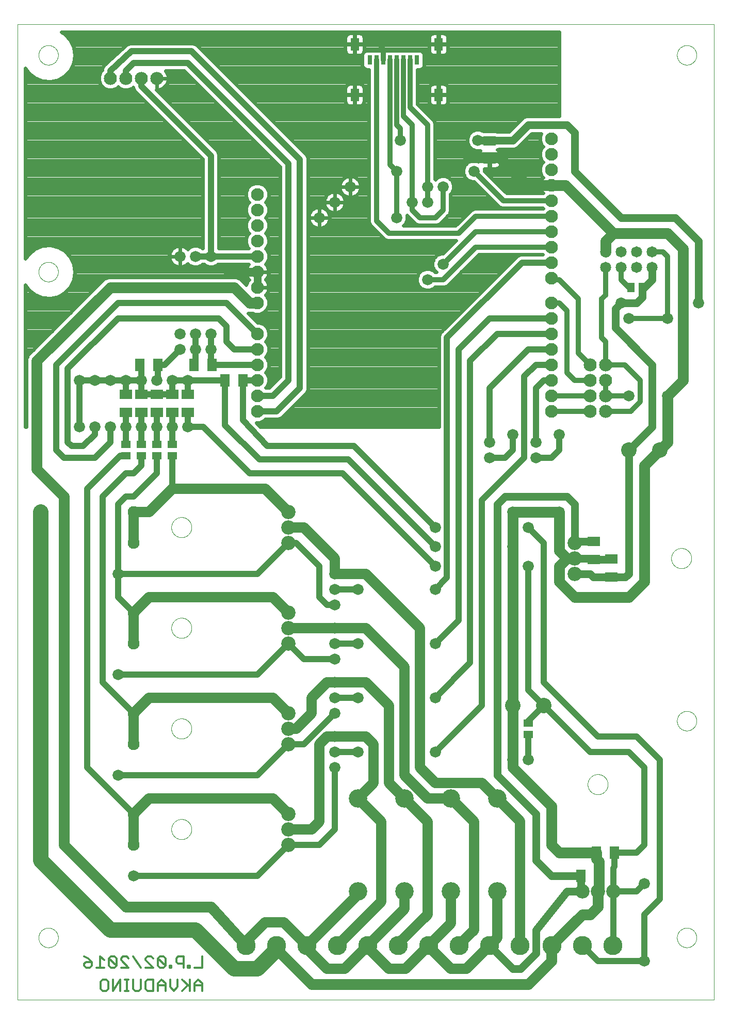
<source format=gbr>
G75*
%MOIN*%
%OFA0B0*%
%FSLAX25Y25*%
%IPPOS*%
%LPD*%
%AMOC8*
5,1,8,0,0,1.08239X$1,22.5*
%
%ADD10C,0.00000*%
%ADD11C,0.01300*%
%ADD12C,0.07200*%
%ADD13C,0.09240*%
%ADD14C,0.07600*%
%ADD15C,0.12299*%
%ADD16R,0.05906X0.05118*%
%ADD17R,0.07874X0.05906*%
%ADD18C,0.11900*%
%ADD19R,0.05906X0.07874*%
%ADD20C,0.10000*%
%ADD21C,0.07150*%
%ADD22C,0.08400*%
%ADD23C,0.08268*%
%ADD24R,0.05118X0.05906*%
%ADD25R,0.03150X0.05906*%
%ADD26R,0.05709X0.07874*%
%ADD27C,0.04000*%
%ADD28C,0.10000*%
%ADD29C,0.07000*%
%ADD30C,0.05000*%
%ADD31C,0.06600*%
%ADD32C,0.02400*%
%ADD33C,0.03200*%
%ADD34C,0.05600*%
D10*
X0001256Y0043933D02*
X0001256Y0673933D01*
X0451256Y0673933D01*
X0451256Y0043933D01*
X0001256Y0043933D01*
X0014957Y0083933D02*
X0014959Y0084091D01*
X0014965Y0084249D01*
X0014975Y0084407D01*
X0014989Y0084565D01*
X0015007Y0084722D01*
X0015028Y0084879D01*
X0015054Y0085035D01*
X0015084Y0085191D01*
X0015117Y0085346D01*
X0015155Y0085499D01*
X0015196Y0085652D01*
X0015241Y0085804D01*
X0015290Y0085955D01*
X0015343Y0086104D01*
X0015399Y0086252D01*
X0015459Y0086398D01*
X0015523Y0086543D01*
X0015591Y0086686D01*
X0015662Y0086828D01*
X0015736Y0086968D01*
X0015814Y0087105D01*
X0015896Y0087241D01*
X0015980Y0087375D01*
X0016069Y0087506D01*
X0016160Y0087635D01*
X0016255Y0087762D01*
X0016352Y0087887D01*
X0016453Y0088009D01*
X0016557Y0088128D01*
X0016664Y0088245D01*
X0016774Y0088359D01*
X0016887Y0088470D01*
X0017002Y0088579D01*
X0017120Y0088684D01*
X0017241Y0088786D01*
X0017364Y0088886D01*
X0017490Y0088982D01*
X0017618Y0089075D01*
X0017748Y0089165D01*
X0017881Y0089251D01*
X0018016Y0089335D01*
X0018152Y0089414D01*
X0018291Y0089491D01*
X0018432Y0089563D01*
X0018574Y0089633D01*
X0018718Y0089698D01*
X0018864Y0089760D01*
X0019011Y0089818D01*
X0019160Y0089873D01*
X0019310Y0089924D01*
X0019461Y0089971D01*
X0019613Y0090014D01*
X0019766Y0090053D01*
X0019921Y0090089D01*
X0020076Y0090120D01*
X0020232Y0090148D01*
X0020388Y0090172D01*
X0020545Y0090192D01*
X0020703Y0090208D01*
X0020860Y0090220D01*
X0021019Y0090228D01*
X0021177Y0090232D01*
X0021335Y0090232D01*
X0021493Y0090228D01*
X0021652Y0090220D01*
X0021809Y0090208D01*
X0021967Y0090192D01*
X0022124Y0090172D01*
X0022280Y0090148D01*
X0022436Y0090120D01*
X0022591Y0090089D01*
X0022746Y0090053D01*
X0022899Y0090014D01*
X0023051Y0089971D01*
X0023202Y0089924D01*
X0023352Y0089873D01*
X0023501Y0089818D01*
X0023648Y0089760D01*
X0023794Y0089698D01*
X0023938Y0089633D01*
X0024080Y0089563D01*
X0024221Y0089491D01*
X0024360Y0089414D01*
X0024496Y0089335D01*
X0024631Y0089251D01*
X0024764Y0089165D01*
X0024894Y0089075D01*
X0025022Y0088982D01*
X0025148Y0088886D01*
X0025271Y0088786D01*
X0025392Y0088684D01*
X0025510Y0088579D01*
X0025625Y0088470D01*
X0025738Y0088359D01*
X0025848Y0088245D01*
X0025955Y0088128D01*
X0026059Y0088009D01*
X0026160Y0087887D01*
X0026257Y0087762D01*
X0026352Y0087635D01*
X0026443Y0087506D01*
X0026532Y0087375D01*
X0026616Y0087241D01*
X0026698Y0087105D01*
X0026776Y0086968D01*
X0026850Y0086828D01*
X0026921Y0086686D01*
X0026989Y0086543D01*
X0027053Y0086398D01*
X0027113Y0086252D01*
X0027169Y0086104D01*
X0027222Y0085955D01*
X0027271Y0085804D01*
X0027316Y0085652D01*
X0027357Y0085499D01*
X0027395Y0085346D01*
X0027428Y0085191D01*
X0027458Y0085035D01*
X0027484Y0084879D01*
X0027505Y0084722D01*
X0027523Y0084565D01*
X0027537Y0084407D01*
X0027547Y0084249D01*
X0027553Y0084091D01*
X0027555Y0083933D01*
X0027553Y0083775D01*
X0027547Y0083617D01*
X0027537Y0083459D01*
X0027523Y0083301D01*
X0027505Y0083144D01*
X0027484Y0082987D01*
X0027458Y0082831D01*
X0027428Y0082675D01*
X0027395Y0082520D01*
X0027357Y0082367D01*
X0027316Y0082214D01*
X0027271Y0082062D01*
X0027222Y0081911D01*
X0027169Y0081762D01*
X0027113Y0081614D01*
X0027053Y0081468D01*
X0026989Y0081323D01*
X0026921Y0081180D01*
X0026850Y0081038D01*
X0026776Y0080898D01*
X0026698Y0080761D01*
X0026616Y0080625D01*
X0026532Y0080491D01*
X0026443Y0080360D01*
X0026352Y0080231D01*
X0026257Y0080104D01*
X0026160Y0079979D01*
X0026059Y0079857D01*
X0025955Y0079738D01*
X0025848Y0079621D01*
X0025738Y0079507D01*
X0025625Y0079396D01*
X0025510Y0079287D01*
X0025392Y0079182D01*
X0025271Y0079080D01*
X0025148Y0078980D01*
X0025022Y0078884D01*
X0024894Y0078791D01*
X0024764Y0078701D01*
X0024631Y0078615D01*
X0024496Y0078531D01*
X0024360Y0078452D01*
X0024221Y0078375D01*
X0024080Y0078303D01*
X0023938Y0078233D01*
X0023794Y0078168D01*
X0023648Y0078106D01*
X0023501Y0078048D01*
X0023352Y0077993D01*
X0023202Y0077942D01*
X0023051Y0077895D01*
X0022899Y0077852D01*
X0022746Y0077813D01*
X0022591Y0077777D01*
X0022436Y0077746D01*
X0022280Y0077718D01*
X0022124Y0077694D01*
X0021967Y0077674D01*
X0021809Y0077658D01*
X0021652Y0077646D01*
X0021493Y0077638D01*
X0021335Y0077634D01*
X0021177Y0077634D01*
X0021019Y0077638D01*
X0020860Y0077646D01*
X0020703Y0077658D01*
X0020545Y0077674D01*
X0020388Y0077694D01*
X0020232Y0077718D01*
X0020076Y0077746D01*
X0019921Y0077777D01*
X0019766Y0077813D01*
X0019613Y0077852D01*
X0019461Y0077895D01*
X0019310Y0077942D01*
X0019160Y0077993D01*
X0019011Y0078048D01*
X0018864Y0078106D01*
X0018718Y0078168D01*
X0018574Y0078233D01*
X0018432Y0078303D01*
X0018291Y0078375D01*
X0018152Y0078452D01*
X0018016Y0078531D01*
X0017881Y0078615D01*
X0017748Y0078701D01*
X0017618Y0078791D01*
X0017490Y0078884D01*
X0017364Y0078980D01*
X0017241Y0079080D01*
X0017120Y0079182D01*
X0017002Y0079287D01*
X0016887Y0079396D01*
X0016774Y0079507D01*
X0016664Y0079621D01*
X0016557Y0079738D01*
X0016453Y0079857D01*
X0016352Y0079979D01*
X0016255Y0080104D01*
X0016160Y0080231D01*
X0016069Y0080360D01*
X0015980Y0080491D01*
X0015896Y0080625D01*
X0015814Y0080761D01*
X0015736Y0080898D01*
X0015662Y0081038D01*
X0015591Y0081180D01*
X0015523Y0081323D01*
X0015459Y0081468D01*
X0015399Y0081614D01*
X0015343Y0081762D01*
X0015290Y0081911D01*
X0015241Y0082062D01*
X0015196Y0082214D01*
X0015155Y0082367D01*
X0015117Y0082520D01*
X0015084Y0082675D01*
X0015054Y0082831D01*
X0015028Y0082987D01*
X0015007Y0083144D01*
X0014989Y0083301D01*
X0014975Y0083459D01*
X0014965Y0083617D01*
X0014959Y0083775D01*
X0014957Y0083933D01*
X0100756Y0153933D02*
X0100758Y0154094D01*
X0100764Y0154254D01*
X0100774Y0154415D01*
X0100788Y0154575D01*
X0100806Y0154735D01*
X0100827Y0154894D01*
X0100853Y0155053D01*
X0100883Y0155211D01*
X0100916Y0155368D01*
X0100954Y0155525D01*
X0100995Y0155680D01*
X0101040Y0155834D01*
X0101089Y0155987D01*
X0101142Y0156139D01*
X0101198Y0156290D01*
X0101259Y0156439D01*
X0101322Y0156587D01*
X0101390Y0156733D01*
X0101461Y0156877D01*
X0101535Y0157019D01*
X0101613Y0157160D01*
X0101695Y0157298D01*
X0101780Y0157435D01*
X0101868Y0157569D01*
X0101960Y0157701D01*
X0102055Y0157831D01*
X0102153Y0157959D01*
X0102254Y0158084D01*
X0102358Y0158206D01*
X0102465Y0158326D01*
X0102575Y0158443D01*
X0102688Y0158558D01*
X0102804Y0158669D01*
X0102923Y0158778D01*
X0103044Y0158883D01*
X0103168Y0158986D01*
X0103294Y0159086D01*
X0103422Y0159182D01*
X0103553Y0159275D01*
X0103687Y0159365D01*
X0103822Y0159452D01*
X0103960Y0159535D01*
X0104099Y0159615D01*
X0104241Y0159691D01*
X0104384Y0159764D01*
X0104529Y0159833D01*
X0104676Y0159899D01*
X0104824Y0159961D01*
X0104974Y0160019D01*
X0105125Y0160074D01*
X0105278Y0160125D01*
X0105432Y0160172D01*
X0105587Y0160215D01*
X0105743Y0160254D01*
X0105899Y0160290D01*
X0106057Y0160321D01*
X0106215Y0160349D01*
X0106374Y0160373D01*
X0106534Y0160393D01*
X0106694Y0160409D01*
X0106854Y0160421D01*
X0107015Y0160429D01*
X0107176Y0160433D01*
X0107336Y0160433D01*
X0107497Y0160429D01*
X0107658Y0160421D01*
X0107818Y0160409D01*
X0107978Y0160393D01*
X0108138Y0160373D01*
X0108297Y0160349D01*
X0108455Y0160321D01*
X0108613Y0160290D01*
X0108769Y0160254D01*
X0108925Y0160215D01*
X0109080Y0160172D01*
X0109234Y0160125D01*
X0109387Y0160074D01*
X0109538Y0160019D01*
X0109688Y0159961D01*
X0109836Y0159899D01*
X0109983Y0159833D01*
X0110128Y0159764D01*
X0110271Y0159691D01*
X0110413Y0159615D01*
X0110552Y0159535D01*
X0110690Y0159452D01*
X0110825Y0159365D01*
X0110959Y0159275D01*
X0111090Y0159182D01*
X0111218Y0159086D01*
X0111344Y0158986D01*
X0111468Y0158883D01*
X0111589Y0158778D01*
X0111708Y0158669D01*
X0111824Y0158558D01*
X0111937Y0158443D01*
X0112047Y0158326D01*
X0112154Y0158206D01*
X0112258Y0158084D01*
X0112359Y0157959D01*
X0112457Y0157831D01*
X0112552Y0157701D01*
X0112644Y0157569D01*
X0112732Y0157435D01*
X0112817Y0157298D01*
X0112899Y0157160D01*
X0112977Y0157019D01*
X0113051Y0156877D01*
X0113122Y0156733D01*
X0113190Y0156587D01*
X0113253Y0156439D01*
X0113314Y0156290D01*
X0113370Y0156139D01*
X0113423Y0155987D01*
X0113472Y0155834D01*
X0113517Y0155680D01*
X0113558Y0155525D01*
X0113596Y0155368D01*
X0113629Y0155211D01*
X0113659Y0155053D01*
X0113685Y0154894D01*
X0113706Y0154735D01*
X0113724Y0154575D01*
X0113738Y0154415D01*
X0113748Y0154254D01*
X0113754Y0154094D01*
X0113756Y0153933D01*
X0113754Y0153772D01*
X0113748Y0153612D01*
X0113738Y0153451D01*
X0113724Y0153291D01*
X0113706Y0153131D01*
X0113685Y0152972D01*
X0113659Y0152813D01*
X0113629Y0152655D01*
X0113596Y0152498D01*
X0113558Y0152341D01*
X0113517Y0152186D01*
X0113472Y0152032D01*
X0113423Y0151879D01*
X0113370Y0151727D01*
X0113314Y0151576D01*
X0113253Y0151427D01*
X0113190Y0151279D01*
X0113122Y0151133D01*
X0113051Y0150989D01*
X0112977Y0150847D01*
X0112899Y0150706D01*
X0112817Y0150568D01*
X0112732Y0150431D01*
X0112644Y0150297D01*
X0112552Y0150165D01*
X0112457Y0150035D01*
X0112359Y0149907D01*
X0112258Y0149782D01*
X0112154Y0149660D01*
X0112047Y0149540D01*
X0111937Y0149423D01*
X0111824Y0149308D01*
X0111708Y0149197D01*
X0111589Y0149088D01*
X0111468Y0148983D01*
X0111344Y0148880D01*
X0111218Y0148780D01*
X0111090Y0148684D01*
X0110959Y0148591D01*
X0110825Y0148501D01*
X0110690Y0148414D01*
X0110552Y0148331D01*
X0110413Y0148251D01*
X0110271Y0148175D01*
X0110128Y0148102D01*
X0109983Y0148033D01*
X0109836Y0147967D01*
X0109688Y0147905D01*
X0109538Y0147847D01*
X0109387Y0147792D01*
X0109234Y0147741D01*
X0109080Y0147694D01*
X0108925Y0147651D01*
X0108769Y0147612D01*
X0108613Y0147576D01*
X0108455Y0147545D01*
X0108297Y0147517D01*
X0108138Y0147493D01*
X0107978Y0147473D01*
X0107818Y0147457D01*
X0107658Y0147445D01*
X0107497Y0147437D01*
X0107336Y0147433D01*
X0107176Y0147433D01*
X0107015Y0147437D01*
X0106854Y0147445D01*
X0106694Y0147457D01*
X0106534Y0147473D01*
X0106374Y0147493D01*
X0106215Y0147517D01*
X0106057Y0147545D01*
X0105899Y0147576D01*
X0105743Y0147612D01*
X0105587Y0147651D01*
X0105432Y0147694D01*
X0105278Y0147741D01*
X0105125Y0147792D01*
X0104974Y0147847D01*
X0104824Y0147905D01*
X0104676Y0147967D01*
X0104529Y0148033D01*
X0104384Y0148102D01*
X0104241Y0148175D01*
X0104099Y0148251D01*
X0103960Y0148331D01*
X0103822Y0148414D01*
X0103687Y0148501D01*
X0103553Y0148591D01*
X0103422Y0148684D01*
X0103294Y0148780D01*
X0103168Y0148880D01*
X0103044Y0148983D01*
X0102923Y0149088D01*
X0102804Y0149197D01*
X0102688Y0149308D01*
X0102575Y0149423D01*
X0102465Y0149540D01*
X0102358Y0149660D01*
X0102254Y0149782D01*
X0102153Y0149907D01*
X0102055Y0150035D01*
X0101960Y0150165D01*
X0101868Y0150297D01*
X0101780Y0150431D01*
X0101695Y0150568D01*
X0101613Y0150706D01*
X0101535Y0150847D01*
X0101461Y0150989D01*
X0101390Y0151133D01*
X0101322Y0151279D01*
X0101259Y0151427D01*
X0101198Y0151576D01*
X0101142Y0151727D01*
X0101089Y0151879D01*
X0101040Y0152032D01*
X0100995Y0152186D01*
X0100954Y0152341D01*
X0100916Y0152498D01*
X0100883Y0152655D01*
X0100853Y0152813D01*
X0100827Y0152972D01*
X0100806Y0153131D01*
X0100788Y0153291D01*
X0100774Y0153451D01*
X0100764Y0153612D01*
X0100758Y0153772D01*
X0100756Y0153933D01*
X0100756Y0218933D02*
X0100758Y0219094D01*
X0100764Y0219254D01*
X0100774Y0219415D01*
X0100788Y0219575D01*
X0100806Y0219735D01*
X0100827Y0219894D01*
X0100853Y0220053D01*
X0100883Y0220211D01*
X0100916Y0220368D01*
X0100954Y0220525D01*
X0100995Y0220680D01*
X0101040Y0220834D01*
X0101089Y0220987D01*
X0101142Y0221139D01*
X0101198Y0221290D01*
X0101259Y0221439D01*
X0101322Y0221587D01*
X0101390Y0221733D01*
X0101461Y0221877D01*
X0101535Y0222019D01*
X0101613Y0222160D01*
X0101695Y0222298D01*
X0101780Y0222435D01*
X0101868Y0222569D01*
X0101960Y0222701D01*
X0102055Y0222831D01*
X0102153Y0222959D01*
X0102254Y0223084D01*
X0102358Y0223206D01*
X0102465Y0223326D01*
X0102575Y0223443D01*
X0102688Y0223558D01*
X0102804Y0223669D01*
X0102923Y0223778D01*
X0103044Y0223883D01*
X0103168Y0223986D01*
X0103294Y0224086D01*
X0103422Y0224182D01*
X0103553Y0224275D01*
X0103687Y0224365D01*
X0103822Y0224452D01*
X0103960Y0224535D01*
X0104099Y0224615D01*
X0104241Y0224691D01*
X0104384Y0224764D01*
X0104529Y0224833D01*
X0104676Y0224899D01*
X0104824Y0224961D01*
X0104974Y0225019D01*
X0105125Y0225074D01*
X0105278Y0225125D01*
X0105432Y0225172D01*
X0105587Y0225215D01*
X0105743Y0225254D01*
X0105899Y0225290D01*
X0106057Y0225321D01*
X0106215Y0225349D01*
X0106374Y0225373D01*
X0106534Y0225393D01*
X0106694Y0225409D01*
X0106854Y0225421D01*
X0107015Y0225429D01*
X0107176Y0225433D01*
X0107336Y0225433D01*
X0107497Y0225429D01*
X0107658Y0225421D01*
X0107818Y0225409D01*
X0107978Y0225393D01*
X0108138Y0225373D01*
X0108297Y0225349D01*
X0108455Y0225321D01*
X0108613Y0225290D01*
X0108769Y0225254D01*
X0108925Y0225215D01*
X0109080Y0225172D01*
X0109234Y0225125D01*
X0109387Y0225074D01*
X0109538Y0225019D01*
X0109688Y0224961D01*
X0109836Y0224899D01*
X0109983Y0224833D01*
X0110128Y0224764D01*
X0110271Y0224691D01*
X0110413Y0224615D01*
X0110552Y0224535D01*
X0110690Y0224452D01*
X0110825Y0224365D01*
X0110959Y0224275D01*
X0111090Y0224182D01*
X0111218Y0224086D01*
X0111344Y0223986D01*
X0111468Y0223883D01*
X0111589Y0223778D01*
X0111708Y0223669D01*
X0111824Y0223558D01*
X0111937Y0223443D01*
X0112047Y0223326D01*
X0112154Y0223206D01*
X0112258Y0223084D01*
X0112359Y0222959D01*
X0112457Y0222831D01*
X0112552Y0222701D01*
X0112644Y0222569D01*
X0112732Y0222435D01*
X0112817Y0222298D01*
X0112899Y0222160D01*
X0112977Y0222019D01*
X0113051Y0221877D01*
X0113122Y0221733D01*
X0113190Y0221587D01*
X0113253Y0221439D01*
X0113314Y0221290D01*
X0113370Y0221139D01*
X0113423Y0220987D01*
X0113472Y0220834D01*
X0113517Y0220680D01*
X0113558Y0220525D01*
X0113596Y0220368D01*
X0113629Y0220211D01*
X0113659Y0220053D01*
X0113685Y0219894D01*
X0113706Y0219735D01*
X0113724Y0219575D01*
X0113738Y0219415D01*
X0113748Y0219254D01*
X0113754Y0219094D01*
X0113756Y0218933D01*
X0113754Y0218772D01*
X0113748Y0218612D01*
X0113738Y0218451D01*
X0113724Y0218291D01*
X0113706Y0218131D01*
X0113685Y0217972D01*
X0113659Y0217813D01*
X0113629Y0217655D01*
X0113596Y0217498D01*
X0113558Y0217341D01*
X0113517Y0217186D01*
X0113472Y0217032D01*
X0113423Y0216879D01*
X0113370Y0216727D01*
X0113314Y0216576D01*
X0113253Y0216427D01*
X0113190Y0216279D01*
X0113122Y0216133D01*
X0113051Y0215989D01*
X0112977Y0215847D01*
X0112899Y0215706D01*
X0112817Y0215568D01*
X0112732Y0215431D01*
X0112644Y0215297D01*
X0112552Y0215165D01*
X0112457Y0215035D01*
X0112359Y0214907D01*
X0112258Y0214782D01*
X0112154Y0214660D01*
X0112047Y0214540D01*
X0111937Y0214423D01*
X0111824Y0214308D01*
X0111708Y0214197D01*
X0111589Y0214088D01*
X0111468Y0213983D01*
X0111344Y0213880D01*
X0111218Y0213780D01*
X0111090Y0213684D01*
X0110959Y0213591D01*
X0110825Y0213501D01*
X0110690Y0213414D01*
X0110552Y0213331D01*
X0110413Y0213251D01*
X0110271Y0213175D01*
X0110128Y0213102D01*
X0109983Y0213033D01*
X0109836Y0212967D01*
X0109688Y0212905D01*
X0109538Y0212847D01*
X0109387Y0212792D01*
X0109234Y0212741D01*
X0109080Y0212694D01*
X0108925Y0212651D01*
X0108769Y0212612D01*
X0108613Y0212576D01*
X0108455Y0212545D01*
X0108297Y0212517D01*
X0108138Y0212493D01*
X0107978Y0212473D01*
X0107818Y0212457D01*
X0107658Y0212445D01*
X0107497Y0212437D01*
X0107336Y0212433D01*
X0107176Y0212433D01*
X0107015Y0212437D01*
X0106854Y0212445D01*
X0106694Y0212457D01*
X0106534Y0212473D01*
X0106374Y0212493D01*
X0106215Y0212517D01*
X0106057Y0212545D01*
X0105899Y0212576D01*
X0105743Y0212612D01*
X0105587Y0212651D01*
X0105432Y0212694D01*
X0105278Y0212741D01*
X0105125Y0212792D01*
X0104974Y0212847D01*
X0104824Y0212905D01*
X0104676Y0212967D01*
X0104529Y0213033D01*
X0104384Y0213102D01*
X0104241Y0213175D01*
X0104099Y0213251D01*
X0103960Y0213331D01*
X0103822Y0213414D01*
X0103687Y0213501D01*
X0103553Y0213591D01*
X0103422Y0213684D01*
X0103294Y0213780D01*
X0103168Y0213880D01*
X0103044Y0213983D01*
X0102923Y0214088D01*
X0102804Y0214197D01*
X0102688Y0214308D01*
X0102575Y0214423D01*
X0102465Y0214540D01*
X0102358Y0214660D01*
X0102254Y0214782D01*
X0102153Y0214907D01*
X0102055Y0215035D01*
X0101960Y0215165D01*
X0101868Y0215297D01*
X0101780Y0215431D01*
X0101695Y0215568D01*
X0101613Y0215706D01*
X0101535Y0215847D01*
X0101461Y0215989D01*
X0101390Y0216133D01*
X0101322Y0216279D01*
X0101259Y0216427D01*
X0101198Y0216576D01*
X0101142Y0216727D01*
X0101089Y0216879D01*
X0101040Y0217032D01*
X0100995Y0217186D01*
X0100954Y0217341D01*
X0100916Y0217498D01*
X0100883Y0217655D01*
X0100853Y0217813D01*
X0100827Y0217972D01*
X0100806Y0218131D01*
X0100788Y0218291D01*
X0100774Y0218451D01*
X0100764Y0218612D01*
X0100758Y0218772D01*
X0100756Y0218933D01*
X0100756Y0283933D02*
X0100758Y0284094D01*
X0100764Y0284254D01*
X0100774Y0284415D01*
X0100788Y0284575D01*
X0100806Y0284735D01*
X0100827Y0284894D01*
X0100853Y0285053D01*
X0100883Y0285211D01*
X0100916Y0285368D01*
X0100954Y0285525D01*
X0100995Y0285680D01*
X0101040Y0285834D01*
X0101089Y0285987D01*
X0101142Y0286139D01*
X0101198Y0286290D01*
X0101259Y0286439D01*
X0101322Y0286587D01*
X0101390Y0286733D01*
X0101461Y0286877D01*
X0101535Y0287019D01*
X0101613Y0287160D01*
X0101695Y0287298D01*
X0101780Y0287435D01*
X0101868Y0287569D01*
X0101960Y0287701D01*
X0102055Y0287831D01*
X0102153Y0287959D01*
X0102254Y0288084D01*
X0102358Y0288206D01*
X0102465Y0288326D01*
X0102575Y0288443D01*
X0102688Y0288558D01*
X0102804Y0288669D01*
X0102923Y0288778D01*
X0103044Y0288883D01*
X0103168Y0288986D01*
X0103294Y0289086D01*
X0103422Y0289182D01*
X0103553Y0289275D01*
X0103687Y0289365D01*
X0103822Y0289452D01*
X0103960Y0289535D01*
X0104099Y0289615D01*
X0104241Y0289691D01*
X0104384Y0289764D01*
X0104529Y0289833D01*
X0104676Y0289899D01*
X0104824Y0289961D01*
X0104974Y0290019D01*
X0105125Y0290074D01*
X0105278Y0290125D01*
X0105432Y0290172D01*
X0105587Y0290215D01*
X0105743Y0290254D01*
X0105899Y0290290D01*
X0106057Y0290321D01*
X0106215Y0290349D01*
X0106374Y0290373D01*
X0106534Y0290393D01*
X0106694Y0290409D01*
X0106854Y0290421D01*
X0107015Y0290429D01*
X0107176Y0290433D01*
X0107336Y0290433D01*
X0107497Y0290429D01*
X0107658Y0290421D01*
X0107818Y0290409D01*
X0107978Y0290393D01*
X0108138Y0290373D01*
X0108297Y0290349D01*
X0108455Y0290321D01*
X0108613Y0290290D01*
X0108769Y0290254D01*
X0108925Y0290215D01*
X0109080Y0290172D01*
X0109234Y0290125D01*
X0109387Y0290074D01*
X0109538Y0290019D01*
X0109688Y0289961D01*
X0109836Y0289899D01*
X0109983Y0289833D01*
X0110128Y0289764D01*
X0110271Y0289691D01*
X0110413Y0289615D01*
X0110552Y0289535D01*
X0110690Y0289452D01*
X0110825Y0289365D01*
X0110959Y0289275D01*
X0111090Y0289182D01*
X0111218Y0289086D01*
X0111344Y0288986D01*
X0111468Y0288883D01*
X0111589Y0288778D01*
X0111708Y0288669D01*
X0111824Y0288558D01*
X0111937Y0288443D01*
X0112047Y0288326D01*
X0112154Y0288206D01*
X0112258Y0288084D01*
X0112359Y0287959D01*
X0112457Y0287831D01*
X0112552Y0287701D01*
X0112644Y0287569D01*
X0112732Y0287435D01*
X0112817Y0287298D01*
X0112899Y0287160D01*
X0112977Y0287019D01*
X0113051Y0286877D01*
X0113122Y0286733D01*
X0113190Y0286587D01*
X0113253Y0286439D01*
X0113314Y0286290D01*
X0113370Y0286139D01*
X0113423Y0285987D01*
X0113472Y0285834D01*
X0113517Y0285680D01*
X0113558Y0285525D01*
X0113596Y0285368D01*
X0113629Y0285211D01*
X0113659Y0285053D01*
X0113685Y0284894D01*
X0113706Y0284735D01*
X0113724Y0284575D01*
X0113738Y0284415D01*
X0113748Y0284254D01*
X0113754Y0284094D01*
X0113756Y0283933D01*
X0113754Y0283772D01*
X0113748Y0283612D01*
X0113738Y0283451D01*
X0113724Y0283291D01*
X0113706Y0283131D01*
X0113685Y0282972D01*
X0113659Y0282813D01*
X0113629Y0282655D01*
X0113596Y0282498D01*
X0113558Y0282341D01*
X0113517Y0282186D01*
X0113472Y0282032D01*
X0113423Y0281879D01*
X0113370Y0281727D01*
X0113314Y0281576D01*
X0113253Y0281427D01*
X0113190Y0281279D01*
X0113122Y0281133D01*
X0113051Y0280989D01*
X0112977Y0280847D01*
X0112899Y0280706D01*
X0112817Y0280568D01*
X0112732Y0280431D01*
X0112644Y0280297D01*
X0112552Y0280165D01*
X0112457Y0280035D01*
X0112359Y0279907D01*
X0112258Y0279782D01*
X0112154Y0279660D01*
X0112047Y0279540D01*
X0111937Y0279423D01*
X0111824Y0279308D01*
X0111708Y0279197D01*
X0111589Y0279088D01*
X0111468Y0278983D01*
X0111344Y0278880D01*
X0111218Y0278780D01*
X0111090Y0278684D01*
X0110959Y0278591D01*
X0110825Y0278501D01*
X0110690Y0278414D01*
X0110552Y0278331D01*
X0110413Y0278251D01*
X0110271Y0278175D01*
X0110128Y0278102D01*
X0109983Y0278033D01*
X0109836Y0277967D01*
X0109688Y0277905D01*
X0109538Y0277847D01*
X0109387Y0277792D01*
X0109234Y0277741D01*
X0109080Y0277694D01*
X0108925Y0277651D01*
X0108769Y0277612D01*
X0108613Y0277576D01*
X0108455Y0277545D01*
X0108297Y0277517D01*
X0108138Y0277493D01*
X0107978Y0277473D01*
X0107818Y0277457D01*
X0107658Y0277445D01*
X0107497Y0277437D01*
X0107336Y0277433D01*
X0107176Y0277433D01*
X0107015Y0277437D01*
X0106854Y0277445D01*
X0106694Y0277457D01*
X0106534Y0277473D01*
X0106374Y0277493D01*
X0106215Y0277517D01*
X0106057Y0277545D01*
X0105899Y0277576D01*
X0105743Y0277612D01*
X0105587Y0277651D01*
X0105432Y0277694D01*
X0105278Y0277741D01*
X0105125Y0277792D01*
X0104974Y0277847D01*
X0104824Y0277905D01*
X0104676Y0277967D01*
X0104529Y0278033D01*
X0104384Y0278102D01*
X0104241Y0278175D01*
X0104099Y0278251D01*
X0103960Y0278331D01*
X0103822Y0278414D01*
X0103687Y0278501D01*
X0103553Y0278591D01*
X0103422Y0278684D01*
X0103294Y0278780D01*
X0103168Y0278880D01*
X0103044Y0278983D01*
X0102923Y0279088D01*
X0102804Y0279197D01*
X0102688Y0279308D01*
X0102575Y0279423D01*
X0102465Y0279540D01*
X0102358Y0279660D01*
X0102254Y0279782D01*
X0102153Y0279907D01*
X0102055Y0280035D01*
X0101960Y0280165D01*
X0101868Y0280297D01*
X0101780Y0280431D01*
X0101695Y0280568D01*
X0101613Y0280706D01*
X0101535Y0280847D01*
X0101461Y0280989D01*
X0101390Y0281133D01*
X0101322Y0281279D01*
X0101259Y0281427D01*
X0101198Y0281576D01*
X0101142Y0281727D01*
X0101089Y0281879D01*
X0101040Y0282032D01*
X0100995Y0282186D01*
X0100954Y0282341D01*
X0100916Y0282498D01*
X0100883Y0282655D01*
X0100853Y0282813D01*
X0100827Y0282972D01*
X0100806Y0283131D01*
X0100788Y0283291D01*
X0100774Y0283451D01*
X0100764Y0283612D01*
X0100758Y0283772D01*
X0100756Y0283933D01*
X0100756Y0348933D02*
X0100758Y0349094D01*
X0100764Y0349254D01*
X0100774Y0349415D01*
X0100788Y0349575D01*
X0100806Y0349735D01*
X0100827Y0349894D01*
X0100853Y0350053D01*
X0100883Y0350211D01*
X0100916Y0350368D01*
X0100954Y0350525D01*
X0100995Y0350680D01*
X0101040Y0350834D01*
X0101089Y0350987D01*
X0101142Y0351139D01*
X0101198Y0351290D01*
X0101259Y0351439D01*
X0101322Y0351587D01*
X0101390Y0351733D01*
X0101461Y0351877D01*
X0101535Y0352019D01*
X0101613Y0352160D01*
X0101695Y0352298D01*
X0101780Y0352435D01*
X0101868Y0352569D01*
X0101960Y0352701D01*
X0102055Y0352831D01*
X0102153Y0352959D01*
X0102254Y0353084D01*
X0102358Y0353206D01*
X0102465Y0353326D01*
X0102575Y0353443D01*
X0102688Y0353558D01*
X0102804Y0353669D01*
X0102923Y0353778D01*
X0103044Y0353883D01*
X0103168Y0353986D01*
X0103294Y0354086D01*
X0103422Y0354182D01*
X0103553Y0354275D01*
X0103687Y0354365D01*
X0103822Y0354452D01*
X0103960Y0354535D01*
X0104099Y0354615D01*
X0104241Y0354691D01*
X0104384Y0354764D01*
X0104529Y0354833D01*
X0104676Y0354899D01*
X0104824Y0354961D01*
X0104974Y0355019D01*
X0105125Y0355074D01*
X0105278Y0355125D01*
X0105432Y0355172D01*
X0105587Y0355215D01*
X0105743Y0355254D01*
X0105899Y0355290D01*
X0106057Y0355321D01*
X0106215Y0355349D01*
X0106374Y0355373D01*
X0106534Y0355393D01*
X0106694Y0355409D01*
X0106854Y0355421D01*
X0107015Y0355429D01*
X0107176Y0355433D01*
X0107336Y0355433D01*
X0107497Y0355429D01*
X0107658Y0355421D01*
X0107818Y0355409D01*
X0107978Y0355393D01*
X0108138Y0355373D01*
X0108297Y0355349D01*
X0108455Y0355321D01*
X0108613Y0355290D01*
X0108769Y0355254D01*
X0108925Y0355215D01*
X0109080Y0355172D01*
X0109234Y0355125D01*
X0109387Y0355074D01*
X0109538Y0355019D01*
X0109688Y0354961D01*
X0109836Y0354899D01*
X0109983Y0354833D01*
X0110128Y0354764D01*
X0110271Y0354691D01*
X0110413Y0354615D01*
X0110552Y0354535D01*
X0110690Y0354452D01*
X0110825Y0354365D01*
X0110959Y0354275D01*
X0111090Y0354182D01*
X0111218Y0354086D01*
X0111344Y0353986D01*
X0111468Y0353883D01*
X0111589Y0353778D01*
X0111708Y0353669D01*
X0111824Y0353558D01*
X0111937Y0353443D01*
X0112047Y0353326D01*
X0112154Y0353206D01*
X0112258Y0353084D01*
X0112359Y0352959D01*
X0112457Y0352831D01*
X0112552Y0352701D01*
X0112644Y0352569D01*
X0112732Y0352435D01*
X0112817Y0352298D01*
X0112899Y0352160D01*
X0112977Y0352019D01*
X0113051Y0351877D01*
X0113122Y0351733D01*
X0113190Y0351587D01*
X0113253Y0351439D01*
X0113314Y0351290D01*
X0113370Y0351139D01*
X0113423Y0350987D01*
X0113472Y0350834D01*
X0113517Y0350680D01*
X0113558Y0350525D01*
X0113596Y0350368D01*
X0113629Y0350211D01*
X0113659Y0350053D01*
X0113685Y0349894D01*
X0113706Y0349735D01*
X0113724Y0349575D01*
X0113738Y0349415D01*
X0113748Y0349254D01*
X0113754Y0349094D01*
X0113756Y0348933D01*
X0113754Y0348772D01*
X0113748Y0348612D01*
X0113738Y0348451D01*
X0113724Y0348291D01*
X0113706Y0348131D01*
X0113685Y0347972D01*
X0113659Y0347813D01*
X0113629Y0347655D01*
X0113596Y0347498D01*
X0113558Y0347341D01*
X0113517Y0347186D01*
X0113472Y0347032D01*
X0113423Y0346879D01*
X0113370Y0346727D01*
X0113314Y0346576D01*
X0113253Y0346427D01*
X0113190Y0346279D01*
X0113122Y0346133D01*
X0113051Y0345989D01*
X0112977Y0345847D01*
X0112899Y0345706D01*
X0112817Y0345568D01*
X0112732Y0345431D01*
X0112644Y0345297D01*
X0112552Y0345165D01*
X0112457Y0345035D01*
X0112359Y0344907D01*
X0112258Y0344782D01*
X0112154Y0344660D01*
X0112047Y0344540D01*
X0111937Y0344423D01*
X0111824Y0344308D01*
X0111708Y0344197D01*
X0111589Y0344088D01*
X0111468Y0343983D01*
X0111344Y0343880D01*
X0111218Y0343780D01*
X0111090Y0343684D01*
X0110959Y0343591D01*
X0110825Y0343501D01*
X0110690Y0343414D01*
X0110552Y0343331D01*
X0110413Y0343251D01*
X0110271Y0343175D01*
X0110128Y0343102D01*
X0109983Y0343033D01*
X0109836Y0342967D01*
X0109688Y0342905D01*
X0109538Y0342847D01*
X0109387Y0342792D01*
X0109234Y0342741D01*
X0109080Y0342694D01*
X0108925Y0342651D01*
X0108769Y0342612D01*
X0108613Y0342576D01*
X0108455Y0342545D01*
X0108297Y0342517D01*
X0108138Y0342493D01*
X0107978Y0342473D01*
X0107818Y0342457D01*
X0107658Y0342445D01*
X0107497Y0342437D01*
X0107336Y0342433D01*
X0107176Y0342433D01*
X0107015Y0342437D01*
X0106854Y0342445D01*
X0106694Y0342457D01*
X0106534Y0342473D01*
X0106374Y0342493D01*
X0106215Y0342517D01*
X0106057Y0342545D01*
X0105899Y0342576D01*
X0105743Y0342612D01*
X0105587Y0342651D01*
X0105432Y0342694D01*
X0105278Y0342741D01*
X0105125Y0342792D01*
X0104974Y0342847D01*
X0104824Y0342905D01*
X0104676Y0342967D01*
X0104529Y0343033D01*
X0104384Y0343102D01*
X0104241Y0343175D01*
X0104099Y0343251D01*
X0103960Y0343331D01*
X0103822Y0343414D01*
X0103687Y0343501D01*
X0103553Y0343591D01*
X0103422Y0343684D01*
X0103294Y0343780D01*
X0103168Y0343880D01*
X0103044Y0343983D01*
X0102923Y0344088D01*
X0102804Y0344197D01*
X0102688Y0344308D01*
X0102575Y0344423D01*
X0102465Y0344540D01*
X0102358Y0344660D01*
X0102254Y0344782D01*
X0102153Y0344907D01*
X0102055Y0345035D01*
X0101960Y0345165D01*
X0101868Y0345297D01*
X0101780Y0345431D01*
X0101695Y0345568D01*
X0101613Y0345706D01*
X0101535Y0345847D01*
X0101461Y0345989D01*
X0101390Y0346133D01*
X0101322Y0346279D01*
X0101259Y0346427D01*
X0101198Y0346576D01*
X0101142Y0346727D01*
X0101089Y0346879D01*
X0101040Y0347032D01*
X0100995Y0347186D01*
X0100954Y0347341D01*
X0100916Y0347498D01*
X0100883Y0347655D01*
X0100853Y0347813D01*
X0100827Y0347972D01*
X0100806Y0348131D01*
X0100788Y0348291D01*
X0100774Y0348451D01*
X0100764Y0348612D01*
X0100758Y0348772D01*
X0100756Y0348933D01*
X0014957Y0513933D02*
X0014959Y0514091D01*
X0014965Y0514249D01*
X0014975Y0514407D01*
X0014989Y0514565D01*
X0015007Y0514722D01*
X0015028Y0514879D01*
X0015054Y0515035D01*
X0015084Y0515191D01*
X0015117Y0515346D01*
X0015155Y0515499D01*
X0015196Y0515652D01*
X0015241Y0515804D01*
X0015290Y0515955D01*
X0015343Y0516104D01*
X0015399Y0516252D01*
X0015459Y0516398D01*
X0015523Y0516543D01*
X0015591Y0516686D01*
X0015662Y0516828D01*
X0015736Y0516968D01*
X0015814Y0517105D01*
X0015896Y0517241D01*
X0015980Y0517375D01*
X0016069Y0517506D01*
X0016160Y0517635D01*
X0016255Y0517762D01*
X0016352Y0517887D01*
X0016453Y0518009D01*
X0016557Y0518128D01*
X0016664Y0518245D01*
X0016774Y0518359D01*
X0016887Y0518470D01*
X0017002Y0518579D01*
X0017120Y0518684D01*
X0017241Y0518786D01*
X0017364Y0518886D01*
X0017490Y0518982D01*
X0017618Y0519075D01*
X0017748Y0519165D01*
X0017881Y0519251D01*
X0018016Y0519335D01*
X0018152Y0519414D01*
X0018291Y0519491D01*
X0018432Y0519563D01*
X0018574Y0519633D01*
X0018718Y0519698D01*
X0018864Y0519760D01*
X0019011Y0519818D01*
X0019160Y0519873D01*
X0019310Y0519924D01*
X0019461Y0519971D01*
X0019613Y0520014D01*
X0019766Y0520053D01*
X0019921Y0520089D01*
X0020076Y0520120D01*
X0020232Y0520148D01*
X0020388Y0520172D01*
X0020545Y0520192D01*
X0020703Y0520208D01*
X0020860Y0520220D01*
X0021019Y0520228D01*
X0021177Y0520232D01*
X0021335Y0520232D01*
X0021493Y0520228D01*
X0021652Y0520220D01*
X0021809Y0520208D01*
X0021967Y0520192D01*
X0022124Y0520172D01*
X0022280Y0520148D01*
X0022436Y0520120D01*
X0022591Y0520089D01*
X0022746Y0520053D01*
X0022899Y0520014D01*
X0023051Y0519971D01*
X0023202Y0519924D01*
X0023352Y0519873D01*
X0023501Y0519818D01*
X0023648Y0519760D01*
X0023794Y0519698D01*
X0023938Y0519633D01*
X0024080Y0519563D01*
X0024221Y0519491D01*
X0024360Y0519414D01*
X0024496Y0519335D01*
X0024631Y0519251D01*
X0024764Y0519165D01*
X0024894Y0519075D01*
X0025022Y0518982D01*
X0025148Y0518886D01*
X0025271Y0518786D01*
X0025392Y0518684D01*
X0025510Y0518579D01*
X0025625Y0518470D01*
X0025738Y0518359D01*
X0025848Y0518245D01*
X0025955Y0518128D01*
X0026059Y0518009D01*
X0026160Y0517887D01*
X0026257Y0517762D01*
X0026352Y0517635D01*
X0026443Y0517506D01*
X0026532Y0517375D01*
X0026616Y0517241D01*
X0026698Y0517105D01*
X0026776Y0516968D01*
X0026850Y0516828D01*
X0026921Y0516686D01*
X0026989Y0516543D01*
X0027053Y0516398D01*
X0027113Y0516252D01*
X0027169Y0516104D01*
X0027222Y0515955D01*
X0027271Y0515804D01*
X0027316Y0515652D01*
X0027357Y0515499D01*
X0027395Y0515346D01*
X0027428Y0515191D01*
X0027458Y0515035D01*
X0027484Y0514879D01*
X0027505Y0514722D01*
X0027523Y0514565D01*
X0027537Y0514407D01*
X0027547Y0514249D01*
X0027553Y0514091D01*
X0027555Y0513933D01*
X0027553Y0513775D01*
X0027547Y0513617D01*
X0027537Y0513459D01*
X0027523Y0513301D01*
X0027505Y0513144D01*
X0027484Y0512987D01*
X0027458Y0512831D01*
X0027428Y0512675D01*
X0027395Y0512520D01*
X0027357Y0512367D01*
X0027316Y0512214D01*
X0027271Y0512062D01*
X0027222Y0511911D01*
X0027169Y0511762D01*
X0027113Y0511614D01*
X0027053Y0511468D01*
X0026989Y0511323D01*
X0026921Y0511180D01*
X0026850Y0511038D01*
X0026776Y0510898D01*
X0026698Y0510761D01*
X0026616Y0510625D01*
X0026532Y0510491D01*
X0026443Y0510360D01*
X0026352Y0510231D01*
X0026257Y0510104D01*
X0026160Y0509979D01*
X0026059Y0509857D01*
X0025955Y0509738D01*
X0025848Y0509621D01*
X0025738Y0509507D01*
X0025625Y0509396D01*
X0025510Y0509287D01*
X0025392Y0509182D01*
X0025271Y0509080D01*
X0025148Y0508980D01*
X0025022Y0508884D01*
X0024894Y0508791D01*
X0024764Y0508701D01*
X0024631Y0508615D01*
X0024496Y0508531D01*
X0024360Y0508452D01*
X0024221Y0508375D01*
X0024080Y0508303D01*
X0023938Y0508233D01*
X0023794Y0508168D01*
X0023648Y0508106D01*
X0023501Y0508048D01*
X0023352Y0507993D01*
X0023202Y0507942D01*
X0023051Y0507895D01*
X0022899Y0507852D01*
X0022746Y0507813D01*
X0022591Y0507777D01*
X0022436Y0507746D01*
X0022280Y0507718D01*
X0022124Y0507694D01*
X0021967Y0507674D01*
X0021809Y0507658D01*
X0021652Y0507646D01*
X0021493Y0507638D01*
X0021335Y0507634D01*
X0021177Y0507634D01*
X0021019Y0507638D01*
X0020860Y0507646D01*
X0020703Y0507658D01*
X0020545Y0507674D01*
X0020388Y0507694D01*
X0020232Y0507718D01*
X0020076Y0507746D01*
X0019921Y0507777D01*
X0019766Y0507813D01*
X0019613Y0507852D01*
X0019461Y0507895D01*
X0019310Y0507942D01*
X0019160Y0507993D01*
X0019011Y0508048D01*
X0018864Y0508106D01*
X0018718Y0508168D01*
X0018574Y0508233D01*
X0018432Y0508303D01*
X0018291Y0508375D01*
X0018152Y0508452D01*
X0018016Y0508531D01*
X0017881Y0508615D01*
X0017748Y0508701D01*
X0017618Y0508791D01*
X0017490Y0508884D01*
X0017364Y0508980D01*
X0017241Y0509080D01*
X0017120Y0509182D01*
X0017002Y0509287D01*
X0016887Y0509396D01*
X0016774Y0509507D01*
X0016664Y0509621D01*
X0016557Y0509738D01*
X0016453Y0509857D01*
X0016352Y0509979D01*
X0016255Y0510104D01*
X0016160Y0510231D01*
X0016069Y0510360D01*
X0015980Y0510491D01*
X0015896Y0510625D01*
X0015814Y0510761D01*
X0015736Y0510898D01*
X0015662Y0511038D01*
X0015591Y0511180D01*
X0015523Y0511323D01*
X0015459Y0511468D01*
X0015399Y0511614D01*
X0015343Y0511762D01*
X0015290Y0511911D01*
X0015241Y0512062D01*
X0015196Y0512214D01*
X0015155Y0512367D01*
X0015117Y0512520D01*
X0015084Y0512675D01*
X0015054Y0512831D01*
X0015028Y0512987D01*
X0015007Y0513144D01*
X0014989Y0513301D01*
X0014975Y0513459D01*
X0014965Y0513617D01*
X0014959Y0513775D01*
X0014957Y0513933D01*
X0014957Y0653933D02*
X0014959Y0654091D01*
X0014965Y0654249D01*
X0014975Y0654407D01*
X0014989Y0654565D01*
X0015007Y0654722D01*
X0015028Y0654879D01*
X0015054Y0655035D01*
X0015084Y0655191D01*
X0015117Y0655346D01*
X0015155Y0655499D01*
X0015196Y0655652D01*
X0015241Y0655804D01*
X0015290Y0655955D01*
X0015343Y0656104D01*
X0015399Y0656252D01*
X0015459Y0656398D01*
X0015523Y0656543D01*
X0015591Y0656686D01*
X0015662Y0656828D01*
X0015736Y0656968D01*
X0015814Y0657105D01*
X0015896Y0657241D01*
X0015980Y0657375D01*
X0016069Y0657506D01*
X0016160Y0657635D01*
X0016255Y0657762D01*
X0016352Y0657887D01*
X0016453Y0658009D01*
X0016557Y0658128D01*
X0016664Y0658245D01*
X0016774Y0658359D01*
X0016887Y0658470D01*
X0017002Y0658579D01*
X0017120Y0658684D01*
X0017241Y0658786D01*
X0017364Y0658886D01*
X0017490Y0658982D01*
X0017618Y0659075D01*
X0017748Y0659165D01*
X0017881Y0659251D01*
X0018016Y0659335D01*
X0018152Y0659414D01*
X0018291Y0659491D01*
X0018432Y0659563D01*
X0018574Y0659633D01*
X0018718Y0659698D01*
X0018864Y0659760D01*
X0019011Y0659818D01*
X0019160Y0659873D01*
X0019310Y0659924D01*
X0019461Y0659971D01*
X0019613Y0660014D01*
X0019766Y0660053D01*
X0019921Y0660089D01*
X0020076Y0660120D01*
X0020232Y0660148D01*
X0020388Y0660172D01*
X0020545Y0660192D01*
X0020703Y0660208D01*
X0020860Y0660220D01*
X0021019Y0660228D01*
X0021177Y0660232D01*
X0021335Y0660232D01*
X0021493Y0660228D01*
X0021652Y0660220D01*
X0021809Y0660208D01*
X0021967Y0660192D01*
X0022124Y0660172D01*
X0022280Y0660148D01*
X0022436Y0660120D01*
X0022591Y0660089D01*
X0022746Y0660053D01*
X0022899Y0660014D01*
X0023051Y0659971D01*
X0023202Y0659924D01*
X0023352Y0659873D01*
X0023501Y0659818D01*
X0023648Y0659760D01*
X0023794Y0659698D01*
X0023938Y0659633D01*
X0024080Y0659563D01*
X0024221Y0659491D01*
X0024360Y0659414D01*
X0024496Y0659335D01*
X0024631Y0659251D01*
X0024764Y0659165D01*
X0024894Y0659075D01*
X0025022Y0658982D01*
X0025148Y0658886D01*
X0025271Y0658786D01*
X0025392Y0658684D01*
X0025510Y0658579D01*
X0025625Y0658470D01*
X0025738Y0658359D01*
X0025848Y0658245D01*
X0025955Y0658128D01*
X0026059Y0658009D01*
X0026160Y0657887D01*
X0026257Y0657762D01*
X0026352Y0657635D01*
X0026443Y0657506D01*
X0026532Y0657375D01*
X0026616Y0657241D01*
X0026698Y0657105D01*
X0026776Y0656968D01*
X0026850Y0656828D01*
X0026921Y0656686D01*
X0026989Y0656543D01*
X0027053Y0656398D01*
X0027113Y0656252D01*
X0027169Y0656104D01*
X0027222Y0655955D01*
X0027271Y0655804D01*
X0027316Y0655652D01*
X0027357Y0655499D01*
X0027395Y0655346D01*
X0027428Y0655191D01*
X0027458Y0655035D01*
X0027484Y0654879D01*
X0027505Y0654722D01*
X0027523Y0654565D01*
X0027537Y0654407D01*
X0027547Y0654249D01*
X0027553Y0654091D01*
X0027555Y0653933D01*
X0027553Y0653775D01*
X0027547Y0653617D01*
X0027537Y0653459D01*
X0027523Y0653301D01*
X0027505Y0653144D01*
X0027484Y0652987D01*
X0027458Y0652831D01*
X0027428Y0652675D01*
X0027395Y0652520D01*
X0027357Y0652367D01*
X0027316Y0652214D01*
X0027271Y0652062D01*
X0027222Y0651911D01*
X0027169Y0651762D01*
X0027113Y0651614D01*
X0027053Y0651468D01*
X0026989Y0651323D01*
X0026921Y0651180D01*
X0026850Y0651038D01*
X0026776Y0650898D01*
X0026698Y0650761D01*
X0026616Y0650625D01*
X0026532Y0650491D01*
X0026443Y0650360D01*
X0026352Y0650231D01*
X0026257Y0650104D01*
X0026160Y0649979D01*
X0026059Y0649857D01*
X0025955Y0649738D01*
X0025848Y0649621D01*
X0025738Y0649507D01*
X0025625Y0649396D01*
X0025510Y0649287D01*
X0025392Y0649182D01*
X0025271Y0649080D01*
X0025148Y0648980D01*
X0025022Y0648884D01*
X0024894Y0648791D01*
X0024764Y0648701D01*
X0024631Y0648615D01*
X0024496Y0648531D01*
X0024360Y0648452D01*
X0024221Y0648375D01*
X0024080Y0648303D01*
X0023938Y0648233D01*
X0023794Y0648168D01*
X0023648Y0648106D01*
X0023501Y0648048D01*
X0023352Y0647993D01*
X0023202Y0647942D01*
X0023051Y0647895D01*
X0022899Y0647852D01*
X0022746Y0647813D01*
X0022591Y0647777D01*
X0022436Y0647746D01*
X0022280Y0647718D01*
X0022124Y0647694D01*
X0021967Y0647674D01*
X0021809Y0647658D01*
X0021652Y0647646D01*
X0021493Y0647638D01*
X0021335Y0647634D01*
X0021177Y0647634D01*
X0021019Y0647638D01*
X0020860Y0647646D01*
X0020703Y0647658D01*
X0020545Y0647674D01*
X0020388Y0647694D01*
X0020232Y0647718D01*
X0020076Y0647746D01*
X0019921Y0647777D01*
X0019766Y0647813D01*
X0019613Y0647852D01*
X0019461Y0647895D01*
X0019310Y0647942D01*
X0019160Y0647993D01*
X0019011Y0648048D01*
X0018864Y0648106D01*
X0018718Y0648168D01*
X0018574Y0648233D01*
X0018432Y0648303D01*
X0018291Y0648375D01*
X0018152Y0648452D01*
X0018016Y0648531D01*
X0017881Y0648615D01*
X0017748Y0648701D01*
X0017618Y0648791D01*
X0017490Y0648884D01*
X0017364Y0648980D01*
X0017241Y0649080D01*
X0017120Y0649182D01*
X0017002Y0649287D01*
X0016887Y0649396D01*
X0016774Y0649507D01*
X0016664Y0649621D01*
X0016557Y0649738D01*
X0016453Y0649857D01*
X0016352Y0649979D01*
X0016255Y0650104D01*
X0016160Y0650231D01*
X0016069Y0650360D01*
X0015980Y0650491D01*
X0015896Y0650625D01*
X0015814Y0650761D01*
X0015736Y0650898D01*
X0015662Y0651038D01*
X0015591Y0651180D01*
X0015523Y0651323D01*
X0015459Y0651468D01*
X0015399Y0651614D01*
X0015343Y0651762D01*
X0015290Y0651911D01*
X0015241Y0652062D01*
X0015196Y0652214D01*
X0015155Y0652367D01*
X0015117Y0652520D01*
X0015084Y0652675D01*
X0015054Y0652831D01*
X0015028Y0652987D01*
X0015007Y0653144D01*
X0014989Y0653301D01*
X0014975Y0653459D01*
X0014965Y0653617D01*
X0014959Y0653775D01*
X0014957Y0653933D01*
X0369756Y0182933D02*
X0369758Y0183094D01*
X0369764Y0183254D01*
X0369774Y0183415D01*
X0369788Y0183575D01*
X0369806Y0183735D01*
X0369827Y0183894D01*
X0369853Y0184053D01*
X0369883Y0184211D01*
X0369916Y0184368D01*
X0369954Y0184525D01*
X0369995Y0184680D01*
X0370040Y0184834D01*
X0370089Y0184987D01*
X0370142Y0185139D01*
X0370198Y0185290D01*
X0370259Y0185439D01*
X0370322Y0185587D01*
X0370390Y0185733D01*
X0370461Y0185877D01*
X0370535Y0186019D01*
X0370613Y0186160D01*
X0370695Y0186298D01*
X0370780Y0186435D01*
X0370868Y0186569D01*
X0370960Y0186701D01*
X0371055Y0186831D01*
X0371153Y0186959D01*
X0371254Y0187084D01*
X0371358Y0187206D01*
X0371465Y0187326D01*
X0371575Y0187443D01*
X0371688Y0187558D01*
X0371804Y0187669D01*
X0371923Y0187778D01*
X0372044Y0187883D01*
X0372168Y0187986D01*
X0372294Y0188086D01*
X0372422Y0188182D01*
X0372553Y0188275D01*
X0372687Y0188365D01*
X0372822Y0188452D01*
X0372960Y0188535D01*
X0373099Y0188615D01*
X0373241Y0188691D01*
X0373384Y0188764D01*
X0373529Y0188833D01*
X0373676Y0188899D01*
X0373824Y0188961D01*
X0373974Y0189019D01*
X0374125Y0189074D01*
X0374278Y0189125D01*
X0374432Y0189172D01*
X0374587Y0189215D01*
X0374743Y0189254D01*
X0374899Y0189290D01*
X0375057Y0189321D01*
X0375215Y0189349D01*
X0375374Y0189373D01*
X0375534Y0189393D01*
X0375694Y0189409D01*
X0375854Y0189421D01*
X0376015Y0189429D01*
X0376176Y0189433D01*
X0376336Y0189433D01*
X0376497Y0189429D01*
X0376658Y0189421D01*
X0376818Y0189409D01*
X0376978Y0189393D01*
X0377138Y0189373D01*
X0377297Y0189349D01*
X0377455Y0189321D01*
X0377613Y0189290D01*
X0377769Y0189254D01*
X0377925Y0189215D01*
X0378080Y0189172D01*
X0378234Y0189125D01*
X0378387Y0189074D01*
X0378538Y0189019D01*
X0378688Y0188961D01*
X0378836Y0188899D01*
X0378983Y0188833D01*
X0379128Y0188764D01*
X0379271Y0188691D01*
X0379413Y0188615D01*
X0379552Y0188535D01*
X0379690Y0188452D01*
X0379825Y0188365D01*
X0379959Y0188275D01*
X0380090Y0188182D01*
X0380218Y0188086D01*
X0380344Y0187986D01*
X0380468Y0187883D01*
X0380589Y0187778D01*
X0380708Y0187669D01*
X0380824Y0187558D01*
X0380937Y0187443D01*
X0381047Y0187326D01*
X0381154Y0187206D01*
X0381258Y0187084D01*
X0381359Y0186959D01*
X0381457Y0186831D01*
X0381552Y0186701D01*
X0381644Y0186569D01*
X0381732Y0186435D01*
X0381817Y0186298D01*
X0381899Y0186160D01*
X0381977Y0186019D01*
X0382051Y0185877D01*
X0382122Y0185733D01*
X0382190Y0185587D01*
X0382253Y0185439D01*
X0382314Y0185290D01*
X0382370Y0185139D01*
X0382423Y0184987D01*
X0382472Y0184834D01*
X0382517Y0184680D01*
X0382558Y0184525D01*
X0382596Y0184368D01*
X0382629Y0184211D01*
X0382659Y0184053D01*
X0382685Y0183894D01*
X0382706Y0183735D01*
X0382724Y0183575D01*
X0382738Y0183415D01*
X0382748Y0183254D01*
X0382754Y0183094D01*
X0382756Y0182933D01*
X0382754Y0182772D01*
X0382748Y0182612D01*
X0382738Y0182451D01*
X0382724Y0182291D01*
X0382706Y0182131D01*
X0382685Y0181972D01*
X0382659Y0181813D01*
X0382629Y0181655D01*
X0382596Y0181498D01*
X0382558Y0181341D01*
X0382517Y0181186D01*
X0382472Y0181032D01*
X0382423Y0180879D01*
X0382370Y0180727D01*
X0382314Y0180576D01*
X0382253Y0180427D01*
X0382190Y0180279D01*
X0382122Y0180133D01*
X0382051Y0179989D01*
X0381977Y0179847D01*
X0381899Y0179706D01*
X0381817Y0179568D01*
X0381732Y0179431D01*
X0381644Y0179297D01*
X0381552Y0179165D01*
X0381457Y0179035D01*
X0381359Y0178907D01*
X0381258Y0178782D01*
X0381154Y0178660D01*
X0381047Y0178540D01*
X0380937Y0178423D01*
X0380824Y0178308D01*
X0380708Y0178197D01*
X0380589Y0178088D01*
X0380468Y0177983D01*
X0380344Y0177880D01*
X0380218Y0177780D01*
X0380090Y0177684D01*
X0379959Y0177591D01*
X0379825Y0177501D01*
X0379690Y0177414D01*
X0379552Y0177331D01*
X0379413Y0177251D01*
X0379271Y0177175D01*
X0379128Y0177102D01*
X0378983Y0177033D01*
X0378836Y0176967D01*
X0378688Y0176905D01*
X0378538Y0176847D01*
X0378387Y0176792D01*
X0378234Y0176741D01*
X0378080Y0176694D01*
X0377925Y0176651D01*
X0377769Y0176612D01*
X0377613Y0176576D01*
X0377455Y0176545D01*
X0377297Y0176517D01*
X0377138Y0176493D01*
X0376978Y0176473D01*
X0376818Y0176457D01*
X0376658Y0176445D01*
X0376497Y0176437D01*
X0376336Y0176433D01*
X0376176Y0176433D01*
X0376015Y0176437D01*
X0375854Y0176445D01*
X0375694Y0176457D01*
X0375534Y0176473D01*
X0375374Y0176493D01*
X0375215Y0176517D01*
X0375057Y0176545D01*
X0374899Y0176576D01*
X0374743Y0176612D01*
X0374587Y0176651D01*
X0374432Y0176694D01*
X0374278Y0176741D01*
X0374125Y0176792D01*
X0373974Y0176847D01*
X0373824Y0176905D01*
X0373676Y0176967D01*
X0373529Y0177033D01*
X0373384Y0177102D01*
X0373241Y0177175D01*
X0373099Y0177251D01*
X0372960Y0177331D01*
X0372822Y0177414D01*
X0372687Y0177501D01*
X0372553Y0177591D01*
X0372422Y0177684D01*
X0372294Y0177780D01*
X0372168Y0177880D01*
X0372044Y0177983D01*
X0371923Y0178088D01*
X0371804Y0178197D01*
X0371688Y0178308D01*
X0371575Y0178423D01*
X0371465Y0178540D01*
X0371358Y0178660D01*
X0371254Y0178782D01*
X0371153Y0178907D01*
X0371055Y0179035D01*
X0370960Y0179165D01*
X0370868Y0179297D01*
X0370780Y0179431D01*
X0370695Y0179568D01*
X0370613Y0179706D01*
X0370535Y0179847D01*
X0370461Y0179989D01*
X0370390Y0180133D01*
X0370322Y0180279D01*
X0370259Y0180427D01*
X0370198Y0180576D01*
X0370142Y0180727D01*
X0370089Y0180879D01*
X0370040Y0181032D01*
X0369995Y0181186D01*
X0369954Y0181341D01*
X0369916Y0181498D01*
X0369883Y0181655D01*
X0369853Y0181813D01*
X0369827Y0181972D01*
X0369806Y0182131D01*
X0369788Y0182291D01*
X0369774Y0182451D01*
X0369764Y0182612D01*
X0369758Y0182772D01*
X0369756Y0182933D01*
X0427457Y0223933D02*
X0427459Y0224091D01*
X0427465Y0224249D01*
X0427475Y0224407D01*
X0427489Y0224565D01*
X0427507Y0224722D01*
X0427528Y0224879D01*
X0427554Y0225035D01*
X0427584Y0225191D01*
X0427617Y0225346D01*
X0427655Y0225499D01*
X0427696Y0225652D01*
X0427741Y0225804D01*
X0427790Y0225955D01*
X0427843Y0226104D01*
X0427899Y0226252D01*
X0427959Y0226398D01*
X0428023Y0226543D01*
X0428091Y0226686D01*
X0428162Y0226828D01*
X0428236Y0226968D01*
X0428314Y0227105D01*
X0428396Y0227241D01*
X0428480Y0227375D01*
X0428569Y0227506D01*
X0428660Y0227635D01*
X0428755Y0227762D01*
X0428852Y0227887D01*
X0428953Y0228009D01*
X0429057Y0228128D01*
X0429164Y0228245D01*
X0429274Y0228359D01*
X0429387Y0228470D01*
X0429502Y0228579D01*
X0429620Y0228684D01*
X0429741Y0228786D01*
X0429864Y0228886D01*
X0429990Y0228982D01*
X0430118Y0229075D01*
X0430248Y0229165D01*
X0430381Y0229251D01*
X0430516Y0229335D01*
X0430652Y0229414D01*
X0430791Y0229491D01*
X0430932Y0229563D01*
X0431074Y0229633D01*
X0431218Y0229698D01*
X0431364Y0229760D01*
X0431511Y0229818D01*
X0431660Y0229873D01*
X0431810Y0229924D01*
X0431961Y0229971D01*
X0432113Y0230014D01*
X0432266Y0230053D01*
X0432421Y0230089D01*
X0432576Y0230120D01*
X0432732Y0230148D01*
X0432888Y0230172D01*
X0433045Y0230192D01*
X0433203Y0230208D01*
X0433360Y0230220D01*
X0433519Y0230228D01*
X0433677Y0230232D01*
X0433835Y0230232D01*
X0433993Y0230228D01*
X0434152Y0230220D01*
X0434309Y0230208D01*
X0434467Y0230192D01*
X0434624Y0230172D01*
X0434780Y0230148D01*
X0434936Y0230120D01*
X0435091Y0230089D01*
X0435246Y0230053D01*
X0435399Y0230014D01*
X0435551Y0229971D01*
X0435702Y0229924D01*
X0435852Y0229873D01*
X0436001Y0229818D01*
X0436148Y0229760D01*
X0436294Y0229698D01*
X0436438Y0229633D01*
X0436580Y0229563D01*
X0436721Y0229491D01*
X0436860Y0229414D01*
X0436996Y0229335D01*
X0437131Y0229251D01*
X0437264Y0229165D01*
X0437394Y0229075D01*
X0437522Y0228982D01*
X0437648Y0228886D01*
X0437771Y0228786D01*
X0437892Y0228684D01*
X0438010Y0228579D01*
X0438125Y0228470D01*
X0438238Y0228359D01*
X0438348Y0228245D01*
X0438455Y0228128D01*
X0438559Y0228009D01*
X0438660Y0227887D01*
X0438757Y0227762D01*
X0438852Y0227635D01*
X0438943Y0227506D01*
X0439032Y0227375D01*
X0439116Y0227241D01*
X0439198Y0227105D01*
X0439276Y0226968D01*
X0439350Y0226828D01*
X0439421Y0226686D01*
X0439489Y0226543D01*
X0439553Y0226398D01*
X0439613Y0226252D01*
X0439669Y0226104D01*
X0439722Y0225955D01*
X0439771Y0225804D01*
X0439816Y0225652D01*
X0439857Y0225499D01*
X0439895Y0225346D01*
X0439928Y0225191D01*
X0439958Y0225035D01*
X0439984Y0224879D01*
X0440005Y0224722D01*
X0440023Y0224565D01*
X0440037Y0224407D01*
X0440047Y0224249D01*
X0440053Y0224091D01*
X0440055Y0223933D01*
X0440053Y0223775D01*
X0440047Y0223617D01*
X0440037Y0223459D01*
X0440023Y0223301D01*
X0440005Y0223144D01*
X0439984Y0222987D01*
X0439958Y0222831D01*
X0439928Y0222675D01*
X0439895Y0222520D01*
X0439857Y0222367D01*
X0439816Y0222214D01*
X0439771Y0222062D01*
X0439722Y0221911D01*
X0439669Y0221762D01*
X0439613Y0221614D01*
X0439553Y0221468D01*
X0439489Y0221323D01*
X0439421Y0221180D01*
X0439350Y0221038D01*
X0439276Y0220898D01*
X0439198Y0220761D01*
X0439116Y0220625D01*
X0439032Y0220491D01*
X0438943Y0220360D01*
X0438852Y0220231D01*
X0438757Y0220104D01*
X0438660Y0219979D01*
X0438559Y0219857D01*
X0438455Y0219738D01*
X0438348Y0219621D01*
X0438238Y0219507D01*
X0438125Y0219396D01*
X0438010Y0219287D01*
X0437892Y0219182D01*
X0437771Y0219080D01*
X0437648Y0218980D01*
X0437522Y0218884D01*
X0437394Y0218791D01*
X0437264Y0218701D01*
X0437131Y0218615D01*
X0436996Y0218531D01*
X0436860Y0218452D01*
X0436721Y0218375D01*
X0436580Y0218303D01*
X0436438Y0218233D01*
X0436294Y0218168D01*
X0436148Y0218106D01*
X0436001Y0218048D01*
X0435852Y0217993D01*
X0435702Y0217942D01*
X0435551Y0217895D01*
X0435399Y0217852D01*
X0435246Y0217813D01*
X0435091Y0217777D01*
X0434936Y0217746D01*
X0434780Y0217718D01*
X0434624Y0217694D01*
X0434467Y0217674D01*
X0434309Y0217658D01*
X0434152Y0217646D01*
X0433993Y0217638D01*
X0433835Y0217634D01*
X0433677Y0217634D01*
X0433519Y0217638D01*
X0433360Y0217646D01*
X0433203Y0217658D01*
X0433045Y0217674D01*
X0432888Y0217694D01*
X0432732Y0217718D01*
X0432576Y0217746D01*
X0432421Y0217777D01*
X0432266Y0217813D01*
X0432113Y0217852D01*
X0431961Y0217895D01*
X0431810Y0217942D01*
X0431660Y0217993D01*
X0431511Y0218048D01*
X0431364Y0218106D01*
X0431218Y0218168D01*
X0431074Y0218233D01*
X0430932Y0218303D01*
X0430791Y0218375D01*
X0430652Y0218452D01*
X0430516Y0218531D01*
X0430381Y0218615D01*
X0430248Y0218701D01*
X0430118Y0218791D01*
X0429990Y0218884D01*
X0429864Y0218980D01*
X0429741Y0219080D01*
X0429620Y0219182D01*
X0429502Y0219287D01*
X0429387Y0219396D01*
X0429274Y0219507D01*
X0429164Y0219621D01*
X0429057Y0219738D01*
X0428953Y0219857D01*
X0428852Y0219979D01*
X0428755Y0220104D01*
X0428660Y0220231D01*
X0428569Y0220360D01*
X0428480Y0220491D01*
X0428396Y0220625D01*
X0428314Y0220761D01*
X0428236Y0220898D01*
X0428162Y0221038D01*
X0428091Y0221180D01*
X0428023Y0221323D01*
X0427959Y0221468D01*
X0427899Y0221614D01*
X0427843Y0221762D01*
X0427790Y0221911D01*
X0427741Y0222062D01*
X0427696Y0222214D01*
X0427655Y0222367D01*
X0427617Y0222520D01*
X0427584Y0222675D01*
X0427554Y0222831D01*
X0427528Y0222987D01*
X0427507Y0223144D01*
X0427489Y0223301D01*
X0427475Y0223459D01*
X0427465Y0223617D01*
X0427459Y0223775D01*
X0427457Y0223933D01*
X0423756Y0328933D02*
X0423758Y0329094D01*
X0423764Y0329254D01*
X0423774Y0329415D01*
X0423788Y0329575D01*
X0423806Y0329735D01*
X0423827Y0329894D01*
X0423853Y0330053D01*
X0423883Y0330211D01*
X0423916Y0330368D01*
X0423954Y0330525D01*
X0423995Y0330680D01*
X0424040Y0330834D01*
X0424089Y0330987D01*
X0424142Y0331139D01*
X0424198Y0331290D01*
X0424259Y0331439D01*
X0424322Y0331587D01*
X0424390Y0331733D01*
X0424461Y0331877D01*
X0424535Y0332019D01*
X0424613Y0332160D01*
X0424695Y0332298D01*
X0424780Y0332435D01*
X0424868Y0332569D01*
X0424960Y0332701D01*
X0425055Y0332831D01*
X0425153Y0332959D01*
X0425254Y0333084D01*
X0425358Y0333206D01*
X0425465Y0333326D01*
X0425575Y0333443D01*
X0425688Y0333558D01*
X0425804Y0333669D01*
X0425923Y0333778D01*
X0426044Y0333883D01*
X0426168Y0333986D01*
X0426294Y0334086D01*
X0426422Y0334182D01*
X0426553Y0334275D01*
X0426687Y0334365D01*
X0426822Y0334452D01*
X0426960Y0334535D01*
X0427099Y0334615D01*
X0427241Y0334691D01*
X0427384Y0334764D01*
X0427529Y0334833D01*
X0427676Y0334899D01*
X0427824Y0334961D01*
X0427974Y0335019D01*
X0428125Y0335074D01*
X0428278Y0335125D01*
X0428432Y0335172D01*
X0428587Y0335215D01*
X0428743Y0335254D01*
X0428899Y0335290D01*
X0429057Y0335321D01*
X0429215Y0335349D01*
X0429374Y0335373D01*
X0429534Y0335393D01*
X0429694Y0335409D01*
X0429854Y0335421D01*
X0430015Y0335429D01*
X0430176Y0335433D01*
X0430336Y0335433D01*
X0430497Y0335429D01*
X0430658Y0335421D01*
X0430818Y0335409D01*
X0430978Y0335393D01*
X0431138Y0335373D01*
X0431297Y0335349D01*
X0431455Y0335321D01*
X0431613Y0335290D01*
X0431769Y0335254D01*
X0431925Y0335215D01*
X0432080Y0335172D01*
X0432234Y0335125D01*
X0432387Y0335074D01*
X0432538Y0335019D01*
X0432688Y0334961D01*
X0432836Y0334899D01*
X0432983Y0334833D01*
X0433128Y0334764D01*
X0433271Y0334691D01*
X0433413Y0334615D01*
X0433552Y0334535D01*
X0433690Y0334452D01*
X0433825Y0334365D01*
X0433959Y0334275D01*
X0434090Y0334182D01*
X0434218Y0334086D01*
X0434344Y0333986D01*
X0434468Y0333883D01*
X0434589Y0333778D01*
X0434708Y0333669D01*
X0434824Y0333558D01*
X0434937Y0333443D01*
X0435047Y0333326D01*
X0435154Y0333206D01*
X0435258Y0333084D01*
X0435359Y0332959D01*
X0435457Y0332831D01*
X0435552Y0332701D01*
X0435644Y0332569D01*
X0435732Y0332435D01*
X0435817Y0332298D01*
X0435899Y0332160D01*
X0435977Y0332019D01*
X0436051Y0331877D01*
X0436122Y0331733D01*
X0436190Y0331587D01*
X0436253Y0331439D01*
X0436314Y0331290D01*
X0436370Y0331139D01*
X0436423Y0330987D01*
X0436472Y0330834D01*
X0436517Y0330680D01*
X0436558Y0330525D01*
X0436596Y0330368D01*
X0436629Y0330211D01*
X0436659Y0330053D01*
X0436685Y0329894D01*
X0436706Y0329735D01*
X0436724Y0329575D01*
X0436738Y0329415D01*
X0436748Y0329254D01*
X0436754Y0329094D01*
X0436756Y0328933D01*
X0436754Y0328772D01*
X0436748Y0328612D01*
X0436738Y0328451D01*
X0436724Y0328291D01*
X0436706Y0328131D01*
X0436685Y0327972D01*
X0436659Y0327813D01*
X0436629Y0327655D01*
X0436596Y0327498D01*
X0436558Y0327341D01*
X0436517Y0327186D01*
X0436472Y0327032D01*
X0436423Y0326879D01*
X0436370Y0326727D01*
X0436314Y0326576D01*
X0436253Y0326427D01*
X0436190Y0326279D01*
X0436122Y0326133D01*
X0436051Y0325989D01*
X0435977Y0325847D01*
X0435899Y0325706D01*
X0435817Y0325568D01*
X0435732Y0325431D01*
X0435644Y0325297D01*
X0435552Y0325165D01*
X0435457Y0325035D01*
X0435359Y0324907D01*
X0435258Y0324782D01*
X0435154Y0324660D01*
X0435047Y0324540D01*
X0434937Y0324423D01*
X0434824Y0324308D01*
X0434708Y0324197D01*
X0434589Y0324088D01*
X0434468Y0323983D01*
X0434344Y0323880D01*
X0434218Y0323780D01*
X0434090Y0323684D01*
X0433959Y0323591D01*
X0433825Y0323501D01*
X0433690Y0323414D01*
X0433552Y0323331D01*
X0433413Y0323251D01*
X0433271Y0323175D01*
X0433128Y0323102D01*
X0432983Y0323033D01*
X0432836Y0322967D01*
X0432688Y0322905D01*
X0432538Y0322847D01*
X0432387Y0322792D01*
X0432234Y0322741D01*
X0432080Y0322694D01*
X0431925Y0322651D01*
X0431769Y0322612D01*
X0431613Y0322576D01*
X0431455Y0322545D01*
X0431297Y0322517D01*
X0431138Y0322493D01*
X0430978Y0322473D01*
X0430818Y0322457D01*
X0430658Y0322445D01*
X0430497Y0322437D01*
X0430336Y0322433D01*
X0430176Y0322433D01*
X0430015Y0322437D01*
X0429854Y0322445D01*
X0429694Y0322457D01*
X0429534Y0322473D01*
X0429374Y0322493D01*
X0429215Y0322517D01*
X0429057Y0322545D01*
X0428899Y0322576D01*
X0428743Y0322612D01*
X0428587Y0322651D01*
X0428432Y0322694D01*
X0428278Y0322741D01*
X0428125Y0322792D01*
X0427974Y0322847D01*
X0427824Y0322905D01*
X0427676Y0322967D01*
X0427529Y0323033D01*
X0427384Y0323102D01*
X0427241Y0323175D01*
X0427099Y0323251D01*
X0426960Y0323331D01*
X0426822Y0323414D01*
X0426687Y0323501D01*
X0426553Y0323591D01*
X0426422Y0323684D01*
X0426294Y0323780D01*
X0426168Y0323880D01*
X0426044Y0323983D01*
X0425923Y0324088D01*
X0425804Y0324197D01*
X0425688Y0324308D01*
X0425575Y0324423D01*
X0425465Y0324540D01*
X0425358Y0324660D01*
X0425254Y0324782D01*
X0425153Y0324907D01*
X0425055Y0325035D01*
X0424960Y0325165D01*
X0424868Y0325297D01*
X0424780Y0325431D01*
X0424695Y0325568D01*
X0424613Y0325706D01*
X0424535Y0325847D01*
X0424461Y0325989D01*
X0424390Y0326133D01*
X0424322Y0326279D01*
X0424259Y0326427D01*
X0424198Y0326576D01*
X0424142Y0326727D01*
X0424089Y0326879D01*
X0424040Y0327032D01*
X0423995Y0327186D01*
X0423954Y0327341D01*
X0423916Y0327498D01*
X0423883Y0327655D01*
X0423853Y0327813D01*
X0423827Y0327972D01*
X0423806Y0328131D01*
X0423788Y0328291D01*
X0423774Y0328451D01*
X0423764Y0328612D01*
X0423758Y0328772D01*
X0423756Y0328933D01*
X0427457Y0083933D02*
X0427459Y0084091D01*
X0427465Y0084249D01*
X0427475Y0084407D01*
X0427489Y0084565D01*
X0427507Y0084722D01*
X0427528Y0084879D01*
X0427554Y0085035D01*
X0427584Y0085191D01*
X0427617Y0085346D01*
X0427655Y0085499D01*
X0427696Y0085652D01*
X0427741Y0085804D01*
X0427790Y0085955D01*
X0427843Y0086104D01*
X0427899Y0086252D01*
X0427959Y0086398D01*
X0428023Y0086543D01*
X0428091Y0086686D01*
X0428162Y0086828D01*
X0428236Y0086968D01*
X0428314Y0087105D01*
X0428396Y0087241D01*
X0428480Y0087375D01*
X0428569Y0087506D01*
X0428660Y0087635D01*
X0428755Y0087762D01*
X0428852Y0087887D01*
X0428953Y0088009D01*
X0429057Y0088128D01*
X0429164Y0088245D01*
X0429274Y0088359D01*
X0429387Y0088470D01*
X0429502Y0088579D01*
X0429620Y0088684D01*
X0429741Y0088786D01*
X0429864Y0088886D01*
X0429990Y0088982D01*
X0430118Y0089075D01*
X0430248Y0089165D01*
X0430381Y0089251D01*
X0430516Y0089335D01*
X0430652Y0089414D01*
X0430791Y0089491D01*
X0430932Y0089563D01*
X0431074Y0089633D01*
X0431218Y0089698D01*
X0431364Y0089760D01*
X0431511Y0089818D01*
X0431660Y0089873D01*
X0431810Y0089924D01*
X0431961Y0089971D01*
X0432113Y0090014D01*
X0432266Y0090053D01*
X0432421Y0090089D01*
X0432576Y0090120D01*
X0432732Y0090148D01*
X0432888Y0090172D01*
X0433045Y0090192D01*
X0433203Y0090208D01*
X0433360Y0090220D01*
X0433519Y0090228D01*
X0433677Y0090232D01*
X0433835Y0090232D01*
X0433993Y0090228D01*
X0434152Y0090220D01*
X0434309Y0090208D01*
X0434467Y0090192D01*
X0434624Y0090172D01*
X0434780Y0090148D01*
X0434936Y0090120D01*
X0435091Y0090089D01*
X0435246Y0090053D01*
X0435399Y0090014D01*
X0435551Y0089971D01*
X0435702Y0089924D01*
X0435852Y0089873D01*
X0436001Y0089818D01*
X0436148Y0089760D01*
X0436294Y0089698D01*
X0436438Y0089633D01*
X0436580Y0089563D01*
X0436721Y0089491D01*
X0436860Y0089414D01*
X0436996Y0089335D01*
X0437131Y0089251D01*
X0437264Y0089165D01*
X0437394Y0089075D01*
X0437522Y0088982D01*
X0437648Y0088886D01*
X0437771Y0088786D01*
X0437892Y0088684D01*
X0438010Y0088579D01*
X0438125Y0088470D01*
X0438238Y0088359D01*
X0438348Y0088245D01*
X0438455Y0088128D01*
X0438559Y0088009D01*
X0438660Y0087887D01*
X0438757Y0087762D01*
X0438852Y0087635D01*
X0438943Y0087506D01*
X0439032Y0087375D01*
X0439116Y0087241D01*
X0439198Y0087105D01*
X0439276Y0086968D01*
X0439350Y0086828D01*
X0439421Y0086686D01*
X0439489Y0086543D01*
X0439553Y0086398D01*
X0439613Y0086252D01*
X0439669Y0086104D01*
X0439722Y0085955D01*
X0439771Y0085804D01*
X0439816Y0085652D01*
X0439857Y0085499D01*
X0439895Y0085346D01*
X0439928Y0085191D01*
X0439958Y0085035D01*
X0439984Y0084879D01*
X0440005Y0084722D01*
X0440023Y0084565D01*
X0440037Y0084407D01*
X0440047Y0084249D01*
X0440053Y0084091D01*
X0440055Y0083933D01*
X0440053Y0083775D01*
X0440047Y0083617D01*
X0440037Y0083459D01*
X0440023Y0083301D01*
X0440005Y0083144D01*
X0439984Y0082987D01*
X0439958Y0082831D01*
X0439928Y0082675D01*
X0439895Y0082520D01*
X0439857Y0082367D01*
X0439816Y0082214D01*
X0439771Y0082062D01*
X0439722Y0081911D01*
X0439669Y0081762D01*
X0439613Y0081614D01*
X0439553Y0081468D01*
X0439489Y0081323D01*
X0439421Y0081180D01*
X0439350Y0081038D01*
X0439276Y0080898D01*
X0439198Y0080761D01*
X0439116Y0080625D01*
X0439032Y0080491D01*
X0438943Y0080360D01*
X0438852Y0080231D01*
X0438757Y0080104D01*
X0438660Y0079979D01*
X0438559Y0079857D01*
X0438455Y0079738D01*
X0438348Y0079621D01*
X0438238Y0079507D01*
X0438125Y0079396D01*
X0438010Y0079287D01*
X0437892Y0079182D01*
X0437771Y0079080D01*
X0437648Y0078980D01*
X0437522Y0078884D01*
X0437394Y0078791D01*
X0437264Y0078701D01*
X0437131Y0078615D01*
X0436996Y0078531D01*
X0436860Y0078452D01*
X0436721Y0078375D01*
X0436580Y0078303D01*
X0436438Y0078233D01*
X0436294Y0078168D01*
X0436148Y0078106D01*
X0436001Y0078048D01*
X0435852Y0077993D01*
X0435702Y0077942D01*
X0435551Y0077895D01*
X0435399Y0077852D01*
X0435246Y0077813D01*
X0435091Y0077777D01*
X0434936Y0077746D01*
X0434780Y0077718D01*
X0434624Y0077694D01*
X0434467Y0077674D01*
X0434309Y0077658D01*
X0434152Y0077646D01*
X0433993Y0077638D01*
X0433835Y0077634D01*
X0433677Y0077634D01*
X0433519Y0077638D01*
X0433360Y0077646D01*
X0433203Y0077658D01*
X0433045Y0077674D01*
X0432888Y0077694D01*
X0432732Y0077718D01*
X0432576Y0077746D01*
X0432421Y0077777D01*
X0432266Y0077813D01*
X0432113Y0077852D01*
X0431961Y0077895D01*
X0431810Y0077942D01*
X0431660Y0077993D01*
X0431511Y0078048D01*
X0431364Y0078106D01*
X0431218Y0078168D01*
X0431074Y0078233D01*
X0430932Y0078303D01*
X0430791Y0078375D01*
X0430652Y0078452D01*
X0430516Y0078531D01*
X0430381Y0078615D01*
X0430248Y0078701D01*
X0430118Y0078791D01*
X0429990Y0078884D01*
X0429864Y0078980D01*
X0429741Y0079080D01*
X0429620Y0079182D01*
X0429502Y0079287D01*
X0429387Y0079396D01*
X0429274Y0079507D01*
X0429164Y0079621D01*
X0429057Y0079738D01*
X0428953Y0079857D01*
X0428852Y0079979D01*
X0428755Y0080104D01*
X0428660Y0080231D01*
X0428569Y0080360D01*
X0428480Y0080491D01*
X0428396Y0080625D01*
X0428314Y0080761D01*
X0428236Y0080898D01*
X0428162Y0081038D01*
X0428091Y0081180D01*
X0428023Y0081323D01*
X0427959Y0081468D01*
X0427899Y0081614D01*
X0427843Y0081762D01*
X0427790Y0081911D01*
X0427741Y0082062D01*
X0427696Y0082214D01*
X0427655Y0082367D01*
X0427617Y0082520D01*
X0427584Y0082675D01*
X0427554Y0082831D01*
X0427528Y0082987D01*
X0427507Y0083144D01*
X0427489Y0083301D01*
X0427475Y0083459D01*
X0427465Y0083617D01*
X0427459Y0083775D01*
X0427457Y0083933D01*
X0427457Y0653933D02*
X0427459Y0654091D01*
X0427465Y0654249D01*
X0427475Y0654407D01*
X0427489Y0654565D01*
X0427507Y0654722D01*
X0427528Y0654879D01*
X0427554Y0655035D01*
X0427584Y0655191D01*
X0427617Y0655346D01*
X0427655Y0655499D01*
X0427696Y0655652D01*
X0427741Y0655804D01*
X0427790Y0655955D01*
X0427843Y0656104D01*
X0427899Y0656252D01*
X0427959Y0656398D01*
X0428023Y0656543D01*
X0428091Y0656686D01*
X0428162Y0656828D01*
X0428236Y0656968D01*
X0428314Y0657105D01*
X0428396Y0657241D01*
X0428480Y0657375D01*
X0428569Y0657506D01*
X0428660Y0657635D01*
X0428755Y0657762D01*
X0428852Y0657887D01*
X0428953Y0658009D01*
X0429057Y0658128D01*
X0429164Y0658245D01*
X0429274Y0658359D01*
X0429387Y0658470D01*
X0429502Y0658579D01*
X0429620Y0658684D01*
X0429741Y0658786D01*
X0429864Y0658886D01*
X0429990Y0658982D01*
X0430118Y0659075D01*
X0430248Y0659165D01*
X0430381Y0659251D01*
X0430516Y0659335D01*
X0430652Y0659414D01*
X0430791Y0659491D01*
X0430932Y0659563D01*
X0431074Y0659633D01*
X0431218Y0659698D01*
X0431364Y0659760D01*
X0431511Y0659818D01*
X0431660Y0659873D01*
X0431810Y0659924D01*
X0431961Y0659971D01*
X0432113Y0660014D01*
X0432266Y0660053D01*
X0432421Y0660089D01*
X0432576Y0660120D01*
X0432732Y0660148D01*
X0432888Y0660172D01*
X0433045Y0660192D01*
X0433203Y0660208D01*
X0433360Y0660220D01*
X0433519Y0660228D01*
X0433677Y0660232D01*
X0433835Y0660232D01*
X0433993Y0660228D01*
X0434152Y0660220D01*
X0434309Y0660208D01*
X0434467Y0660192D01*
X0434624Y0660172D01*
X0434780Y0660148D01*
X0434936Y0660120D01*
X0435091Y0660089D01*
X0435246Y0660053D01*
X0435399Y0660014D01*
X0435551Y0659971D01*
X0435702Y0659924D01*
X0435852Y0659873D01*
X0436001Y0659818D01*
X0436148Y0659760D01*
X0436294Y0659698D01*
X0436438Y0659633D01*
X0436580Y0659563D01*
X0436721Y0659491D01*
X0436860Y0659414D01*
X0436996Y0659335D01*
X0437131Y0659251D01*
X0437264Y0659165D01*
X0437394Y0659075D01*
X0437522Y0658982D01*
X0437648Y0658886D01*
X0437771Y0658786D01*
X0437892Y0658684D01*
X0438010Y0658579D01*
X0438125Y0658470D01*
X0438238Y0658359D01*
X0438348Y0658245D01*
X0438455Y0658128D01*
X0438559Y0658009D01*
X0438660Y0657887D01*
X0438757Y0657762D01*
X0438852Y0657635D01*
X0438943Y0657506D01*
X0439032Y0657375D01*
X0439116Y0657241D01*
X0439198Y0657105D01*
X0439276Y0656968D01*
X0439350Y0656828D01*
X0439421Y0656686D01*
X0439489Y0656543D01*
X0439553Y0656398D01*
X0439613Y0656252D01*
X0439669Y0656104D01*
X0439722Y0655955D01*
X0439771Y0655804D01*
X0439816Y0655652D01*
X0439857Y0655499D01*
X0439895Y0655346D01*
X0439928Y0655191D01*
X0439958Y0655035D01*
X0439984Y0654879D01*
X0440005Y0654722D01*
X0440023Y0654565D01*
X0440037Y0654407D01*
X0440047Y0654249D01*
X0440053Y0654091D01*
X0440055Y0653933D01*
X0440053Y0653775D01*
X0440047Y0653617D01*
X0440037Y0653459D01*
X0440023Y0653301D01*
X0440005Y0653144D01*
X0439984Y0652987D01*
X0439958Y0652831D01*
X0439928Y0652675D01*
X0439895Y0652520D01*
X0439857Y0652367D01*
X0439816Y0652214D01*
X0439771Y0652062D01*
X0439722Y0651911D01*
X0439669Y0651762D01*
X0439613Y0651614D01*
X0439553Y0651468D01*
X0439489Y0651323D01*
X0439421Y0651180D01*
X0439350Y0651038D01*
X0439276Y0650898D01*
X0439198Y0650761D01*
X0439116Y0650625D01*
X0439032Y0650491D01*
X0438943Y0650360D01*
X0438852Y0650231D01*
X0438757Y0650104D01*
X0438660Y0649979D01*
X0438559Y0649857D01*
X0438455Y0649738D01*
X0438348Y0649621D01*
X0438238Y0649507D01*
X0438125Y0649396D01*
X0438010Y0649287D01*
X0437892Y0649182D01*
X0437771Y0649080D01*
X0437648Y0648980D01*
X0437522Y0648884D01*
X0437394Y0648791D01*
X0437264Y0648701D01*
X0437131Y0648615D01*
X0436996Y0648531D01*
X0436860Y0648452D01*
X0436721Y0648375D01*
X0436580Y0648303D01*
X0436438Y0648233D01*
X0436294Y0648168D01*
X0436148Y0648106D01*
X0436001Y0648048D01*
X0435852Y0647993D01*
X0435702Y0647942D01*
X0435551Y0647895D01*
X0435399Y0647852D01*
X0435246Y0647813D01*
X0435091Y0647777D01*
X0434936Y0647746D01*
X0434780Y0647718D01*
X0434624Y0647694D01*
X0434467Y0647674D01*
X0434309Y0647658D01*
X0434152Y0647646D01*
X0433993Y0647638D01*
X0433835Y0647634D01*
X0433677Y0647634D01*
X0433519Y0647638D01*
X0433360Y0647646D01*
X0433203Y0647658D01*
X0433045Y0647674D01*
X0432888Y0647694D01*
X0432732Y0647718D01*
X0432576Y0647746D01*
X0432421Y0647777D01*
X0432266Y0647813D01*
X0432113Y0647852D01*
X0431961Y0647895D01*
X0431810Y0647942D01*
X0431660Y0647993D01*
X0431511Y0648048D01*
X0431364Y0648106D01*
X0431218Y0648168D01*
X0431074Y0648233D01*
X0430932Y0648303D01*
X0430791Y0648375D01*
X0430652Y0648452D01*
X0430516Y0648531D01*
X0430381Y0648615D01*
X0430248Y0648701D01*
X0430118Y0648791D01*
X0429990Y0648884D01*
X0429864Y0648980D01*
X0429741Y0649080D01*
X0429620Y0649182D01*
X0429502Y0649287D01*
X0429387Y0649396D01*
X0429274Y0649507D01*
X0429164Y0649621D01*
X0429057Y0649738D01*
X0428953Y0649857D01*
X0428852Y0649979D01*
X0428755Y0650104D01*
X0428660Y0650231D01*
X0428569Y0650360D01*
X0428480Y0650491D01*
X0428396Y0650625D01*
X0428314Y0650761D01*
X0428236Y0650898D01*
X0428162Y0651038D01*
X0428091Y0651180D01*
X0428023Y0651323D01*
X0427959Y0651468D01*
X0427899Y0651614D01*
X0427843Y0651762D01*
X0427790Y0651911D01*
X0427741Y0652062D01*
X0427696Y0652214D01*
X0427655Y0652367D01*
X0427617Y0652520D01*
X0427584Y0652675D01*
X0427554Y0652831D01*
X0427528Y0652987D01*
X0427507Y0653144D01*
X0427489Y0653301D01*
X0427475Y0653459D01*
X0427465Y0653617D01*
X0427459Y0653775D01*
X0427457Y0653933D01*
D11*
X0120606Y0071889D02*
X0120606Y0064583D01*
X0115735Y0064583D01*
X0112687Y0064583D02*
X0111469Y0064583D01*
X0111469Y0065801D01*
X0112687Y0065801D01*
X0112687Y0064583D01*
X0108728Y0064583D02*
X0108728Y0071889D01*
X0105075Y0071889D01*
X0103857Y0070672D01*
X0103857Y0068236D01*
X0105075Y0067018D01*
X0108728Y0067018D01*
X0100809Y0065801D02*
X0099591Y0065801D01*
X0099591Y0064583D01*
X0100809Y0064583D01*
X0100809Y0065801D01*
X0096850Y0065801D02*
X0096850Y0070672D01*
X0095632Y0071889D01*
X0093197Y0071889D01*
X0091979Y0070672D01*
X0096850Y0065801D01*
X0095632Y0064583D01*
X0093197Y0064583D01*
X0091979Y0065801D01*
X0091979Y0070672D01*
X0088931Y0070672D02*
X0087713Y0071889D01*
X0085278Y0071889D01*
X0084060Y0070672D01*
X0084060Y0069454D01*
X0088931Y0064583D01*
X0084060Y0064583D01*
X0081012Y0064583D02*
X0076141Y0071889D01*
X0073093Y0070672D02*
X0071876Y0071889D01*
X0069440Y0071889D01*
X0068223Y0070672D01*
X0068223Y0069454D01*
X0073093Y0064583D01*
X0068223Y0064583D01*
X0065175Y0065801D02*
X0060304Y0070672D01*
X0060304Y0065801D01*
X0061521Y0064583D01*
X0063957Y0064583D01*
X0065175Y0065801D01*
X0065175Y0070672D01*
X0063957Y0071889D01*
X0061521Y0071889D01*
X0060304Y0070672D01*
X0057256Y0069454D02*
X0054820Y0071889D01*
X0054820Y0064583D01*
X0052385Y0064583D02*
X0057256Y0064583D01*
X0056242Y0056889D02*
X0055025Y0055672D01*
X0055025Y0050801D01*
X0056242Y0049583D01*
X0058678Y0049583D01*
X0059895Y0050801D01*
X0059895Y0055672D01*
X0058678Y0056889D01*
X0056242Y0056889D01*
X0062943Y0056889D02*
X0062943Y0049583D01*
X0067814Y0056889D01*
X0067814Y0049583D01*
X0070658Y0049583D02*
X0073093Y0049583D01*
X0071876Y0049583D02*
X0071876Y0056889D01*
X0073093Y0056889D02*
X0070658Y0056889D01*
X0076141Y0056889D02*
X0076141Y0050801D01*
X0077359Y0049583D01*
X0079794Y0049583D01*
X0081012Y0050801D01*
X0081012Y0056889D01*
X0084060Y0055672D02*
X0085278Y0056889D01*
X0088931Y0056889D01*
X0088931Y0049583D01*
X0085278Y0049583D01*
X0084060Y0050801D01*
X0084060Y0055672D01*
X0091979Y0054454D02*
X0091979Y0049583D01*
X0091979Y0053236D02*
X0096850Y0053236D01*
X0096850Y0054454D02*
X0096850Y0049583D01*
X0099898Y0052018D02*
X0099898Y0056889D01*
X0096850Y0054454D02*
X0094414Y0056889D01*
X0091979Y0054454D01*
X0099898Y0052018D02*
X0102333Y0049583D01*
X0104768Y0052018D01*
X0104768Y0056889D01*
X0107816Y0056889D02*
X0112687Y0052018D01*
X0111469Y0053236D02*
X0107816Y0049583D01*
X0112687Y0049583D02*
X0112687Y0056889D01*
X0115735Y0054454D02*
X0115735Y0049583D01*
X0115735Y0053236D02*
X0120606Y0053236D01*
X0120606Y0054454D02*
X0120606Y0049583D01*
X0120606Y0054454D02*
X0118170Y0056889D01*
X0115735Y0054454D01*
X0049337Y0065801D02*
X0048119Y0064583D01*
X0045684Y0064583D01*
X0044466Y0065801D01*
X0044466Y0067018D01*
X0045684Y0068236D01*
X0049337Y0068236D01*
X0049337Y0065801D01*
X0049337Y0068236D02*
X0046902Y0070672D01*
X0044466Y0071889D01*
D12*
X0026256Y0123933D03*
X0016256Y0188933D03*
X0066256Y0188933D03*
X0076256Y0123933D03*
X0066256Y0253933D03*
X0066256Y0318933D03*
X0016256Y0318933D03*
X0016256Y0253933D03*
X0041256Y0413933D03*
X0051256Y0413933D03*
X0061256Y0413933D03*
X0071256Y0413933D03*
X0081256Y0413933D03*
X0091256Y0413933D03*
X0101256Y0413933D03*
X0111256Y0413933D03*
X0111256Y0443933D03*
X0101256Y0443933D03*
X0091256Y0443933D03*
X0081256Y0443933D03*
X0071256Y0443933D03*
X0061256Y0443933D03*
X0051256Y0443933D03*
X0041256Y0443933D03*
X0106256Y0463933D03*
X0106256Y0473933D03*
X0116256Y0473933D03*
X0116256Y0463933D03*
X0126256Y0463933D03*
X0126256Y0473933D03*
X0126256Y0523933D03*
X0116256Y0523933D03*
X0106256Y0523933D03*
X0196256Y0548933D03*
X0206256Y0558933D03*
X0216256Y0568933D03*
X0246256Y0578933D03*
X0248756Y0598933D03*
X0266256Y0568933D03*
X0266256Y0558933D03*
X0256256Y0558933D03*
X0246256Y0548933D03*
X0276256Y0568933D03*
X0296256Y0578933D03*
X0298756Y0598933D03*
X0276256Y0518933D03*
X0266256Y0508933D03*
X0321256Y0408933D03*
X0336256Y0403933D03*
X0336256Y0393933D03*
X0351256Y0408933D03*
X0351256Y0358933D03*
X0331256Y0348933D03*
X0321256Y0358933D03*
X0321256Y0336433D03*
X0331256Y0323933D03*
X0306256Y0393933D03*
X0306256Y0403933D03*
X0271256Y0348933D03*
X0271256Y0336433D03*
X0271256Y0323933D03*
X0271256Y0308933D03*
X0271256Y0273933D03*
X0271256Y0238933D03*
X0271256Y0203933D03*
X0221256Y0203933D03*
X0206256Y0203933D03*
X0206256Y0213933D03*
X0206256Y0228933D03*
X0206256Y0238933D03*
X0206256Y0248933D03*
X0206256Y0263933D03*
X0206256Y0273933D03*
X0206256Y0283933D03*
X0206256Y0298933D03*
X0206256Y0308933D03*
X0206256Y0318933D03*
X0221256Y0308933D03*
X0221256Y0273933D03*
X0221256Y0238933D03*
X0206256Y0193933D03*
X0321256Y0198933D03*
X0331256Y0198933D03*
X0406256Y0118933D03*
X0406256Y0068933D03*
X0396256Y0433933D03*
X0421256Y0433933D03*
X0421256Y0483933D03*
X0441256Y0493933D03*
X0396256Y0483933D03*
X0391256Y0493933D03*
D13*
X0361256Y0338933D03*
X0361256Y0328933D03*
X0361256Y0318933D03*
X0366256Y0113933D03*
X0376256Y0113933D03*
X0386256Y0113933D03*
X0176256Y0143933D03*
X0176256Y0153933D03*
X0176256Y0163933D03*
X0176256Y0208933D03*
X0176256Y0218933D03*
X0176256Y0228933D03*
X0176256Y0273933D03*
X0176256Y0283933D03*
X0176256Y0293933D03*
X0176256Y0338933D03*
X0176256Y0348933D03*
X0176256Y0358933D03*
D14*
X0076256Y0358933D03*
X0076256Y0338933D03*
X0076256Y0293933D03*
X0076256Y0273933D03*
X0076256Y0228933D03*
X0076256Y0208933D03*
X0076256Y0163933D03*
X0076256Y0143933D03*
X0016256Y0143933D03*
X0016256Y0163933D03*
X0016256Y0208933D03*
X0016256Y0228933D03*
X0016256Y0273933D03*
X0016256Y0293933D03*
X0016256Y0338933D03*
X0016256Y0358933D03*
D15*
X0148913Y0078933D03*
X0168598Y0078933D03*
X0188303Y0078933D03*
X0207988Y0078933D03*
X0227673Y0078933D03*
X0247358Y0078933D03*
X0267043Y0078933D03*
X0286728Y0078933D03*
X0306413Y0078933D03*
X0326098Y0078933D03*
X0346728Y0078933D03*
X0366413Y0078933D03*
X0386098Y0078933D03*
D16*
X0331256Y0215193D03*
X0331256Y0222673D03*
X0101256Y0395193D03*
X0101256Y0402673D03*
X0091256Y0402673D03*
X0091256Y0395193D03*
X0081256Y0395193D03*
X0081256Y0402673D03*
X0071256Y0402673D03*
X0071256Y0395193D03*
D17*
X0071256Y0423028D03*
X0081256Y0423028D03*
X0091256Y0423028D03*
X0101256Y0423028D03*
X0111256Y0423028D03*
X0111256Y0434839D03*
X0101256Y0434839D03*
X0091256Y0434839D03*
X0081256Y0434839D03*
X0071256Y0434839D03*
X0306256Y0586778D03*
X0306256Y0598589D03*
X0373756Y0339839D03*
X0373756Y0328028D03*
X0385006Y0328589D03*
X0385006Y0316778D03*
D18*
X0311256Y0173933D03*
X0281256Y0173933D03*
X0251256Y0173933D03*
X0221256Y0173933D03*
X0221256Y0113933D03*
X0251256Y0113933D03*
X0281256Y0113933D03*
X0311256Y0113933D03*
D19*
X0365350Y0123933D03*
X0377161Y0123933D03*
X0375350Y0138933D03*
X0387161Y0138933D03*
X0147161Y0443933D03*
X0135350Y0443933D03*
X0127161Y0453933D03*
X0115350Y0453933D03*
X0092161Y0453933D03*
X0080350Y0453933D03*
D20*
X0321256Y0233933D03*
X0341256Y0233933D03*
X0396256Y0398933D03*
X0416256Y0398933D03*
D21*
X0411197Y0516738D03*
X0411197Y0526738D03*
X0401197Y0526738D03*
X0401197Y0516738D03*
X0391197Y0516738D03*
X0391197Y0526738D03*
X0381197Y0526738D03*
X0381197Y0516738D03*
D22*
X0381256Y0453933D03*
X0381256Y0443933D03*
X0381256Y0433933D03*
X0381256Y0423933D03*
X0371256Y0423933D03*
X0371256Y0433933D03*
X0371256Y0443933D03*
X0371256Y0453933D03*
X0091256Y0638933D03*
X0081256Y0638933D03*
X0071256Y0638933D03*
X0061256Y0638933D03*
D23*
X0156256Y0563933D03*
X0156256Y0553933D03*
X0156256Y0543933D03*
X0156256Y0533933D03*
X0156256Y0523933D03*
X0156256Y0513933D03*
X0156256Y0503933D03*
X0156256Y0493933D03*
X0156256Y0473933D03*
X0156256Y0463933D03*
X0156256Y0453933D03*
X0156256Y0443933D03*
X0156256Y0433933D03*
X0156256Y0423933D03*
X0346256Y0423933D03*
X0346256Y0433933D03*
X0346256Y0443933D03*
X0346256Y0453933D03*
X0346256Y0463933D03*
X0346256Y0473933D03*
X0346256Y0483933D03*
X0346256Y0493933D03*
X0346256Y0509933D03*
X0346256Y0519933D03*
X0346256Y0529933D03*
X0346256Y0539933D03*
X0346256Y0549933D03*
X0346256Y0559933D03*
X0346256Y0569933D03*
X0346256Y0579933D03*
X0346256Y0589933D03*
X0346256Y0599933D03*
D24*
X0397516Y0503933D03*
X0404996Y0503933D03*
D25*
X0259248Y0650744D03*
X0254917Y0650744D03*
X0250587Y0650744D03*
X0246256Y0650744D03*
X0241925Y0650744D03*
X0237594Y0650744D03*
X0233264Y0650744D03*
X0228933Y0650744D03*
D26*
X0219189Y0660980D03*
X0219189Y0628303D03*
X0273323Y0628303D03*
X0273323Y0660980D03*
D27*
X0183756Y0586433D02*
X0113756Y0656433D01*
X0075006Y0656433D01*
X0061256Y0643933D01*
X0061256Y0638933D01*
X0071256Y0638933D02*
X0071256Y0643933D01*
X0076256Y0648933D01*
X0111256Y0648933D01*
X0176256Y0583933D01*
X0176256Y0443933D01*
X0166256Y0433933D01*
X0156256Y0433933D01*
X0156256Y0423933D02*
X0168756Y0423933D01*
X0183756Y0438933D01*
X0183756Y0586433D01*
X0156256Y0523933D02*
X0126256Y0523933D01*
X0126256Y0588933D01*
X0081256Y0633933D01*
X0081256Y0638933D01*
X0116256Y0523933D02*
X0126256Y0523933D01*
X0136256Y0493933D02*
X0066256Y0493933D01*
X0026256Y0453933D01*
X0026256Y0398933D01*
X0031256Y0393933D01*
X0051256Y0393933D01*
X0061256Y0403933D01*
X0061256Y0413933D01*
X0071256Y0413933D02*
X0071256Y0423028D01*
X0071256Y0413933D02*
X0071256Y0402673D01*
X0071256Y0395193D02*
X0067516Y0395193D01*
X0046256Y0373933D01*
X0046256Y0193933D01*
X0076256Y0163933D01*
X0066256Y0188933D02*
X0156256Y0188933D01*
X0176256Y0208933D01*
X0186256Y0208933D01*
X0206256Y0228933D01*
X0206256Y0238933D02*
X0221256Y0238933D01*
X0206256Y0263933D02*
X0186256Y0263933D01*
X0176256Y0273933D01*
X0156256Y0253933D01*
X0066256Y0253933D01*
X0056256Y0248933D02*
X0076256Y0228933D01*
X0056256Y0248933D02*
X0056256Y0368933D01*
X0071256Y0383933D01*
X0076256Y0383933D01*
X0081256Y0388933D01*
X0081256Y0395193D01*
X0081256Y0402673D02*
X0081256Y0413933D01*
X0081256Y0423028D01*
X0091256Y0423028D02*
X0091256Y0413933D01*
X0091256Y0402673D01*
X0091256Y0395193D02*
X0091256Y0383933D01*
X0076256Y0368933D01*
X0071256Y0368933D01*
X0066256Y0363933D01*
X0066256Y0303933D01*
X0076256Y0293933D01*
X0066256Y0318933D02*
X0156256Y0318933D01*
X0176256Y0338933D01*
X0181256Y0338933D01*
X0196256Y0323933D01*
X0196256Y0303933D01*
X0201256Y0298933D01*
X0206256Y0298933D01*
X0206256Y0308933D02*
X0221256Y0308933D01*
X0221256Y0273933D02*
X0206256Y0273933D01*
X0206256Y0203933D02*
X0221256Y0203933D01*
X0206256Y0193933D02*
X0206256Y0153933D01*
X0196256Y0143933D01*
X0176256Y0143933D01*
X0156256Y0123933D01*
X0076256Y0123933D01*
X0148913Y0081591D02*
X0148913Y0078933D01*
X0168598Y0078933D02*
X0168598Y0076591D01*
X0188303Y0076886D02*
X0188303Y0078933D01*
X0221256Y0111886D02*
X0221256Y0113933D01*
X0227673Y0078933D02*
X0227673Y0077516D01*
X0247358Y0078933D02*
X0247358Y0080035D01*
X0267043Y0078933D02*
X0267043Y0078146D01*
X0286728Y0078933D02*
X0286728Y0079406D01*
X0346256Y0078461D02*
X0346728Y0078933D01*
X0346728Y0079406D01*
X0366413Y0078933D02*
X0366413Y0078776D01*
X0376256Y0068933D01*
X0406256Y0068933D01*
X0406256Y0098933D01*
X0416256Y0108933D01*
X0416256Y0198933D01*
X0401256Y0213933D01*
X0376256Y0213933D01*
X0341256Y0248933D01*
X0341256Y0338933D01*
X0331256Y0348933D01*
X0331256Y0323933D02*
X0331256Y0243933D01*
X0341256Y0233933D01*
X0371256Y0203933D01*
X0396256Y0203933D01*
X0406256Y0193933D01*
X0406256Y0143933D01*
X0401256Y0138933D01*
X0387161Y0138933D01*
X0387161Y0129839D01*
X0386256Y0128933D01*
X0386256Y0113933D01*
X0401256Y0113933D01*
X0406256Y0118933D01*
X0386256Y0113933D02*
X0386256Y0079091D01*
X0386098Y0078933D01*
X0376256Y0113933D02*
X0377161Y0114839D01*
X0366256Y0113933D02*
X0365350Y0114839D01*
X0331256Y0198933D02*
X0331256Y0215193D01*
X0331256Y0222673D02*
X0331256Y0223933D01*
X0341256Y0233933D01*
X0301256Y0233933D02*
X0301256Y0366433D01*
X0328756Y0393933D01*
X0328756Y0446433D01*
X0336256Y0453933D01*
X0346256Y0453933D01*
X0346256Y0443933D02*
X0341256Y0443933D01*
X0336256Y0438933D01*
X0336256Y0403933D01*
X0336256Y0393933D02*
X0346256Y0393933D01*
X0351256Y0398933D01*
X0351256Y0408933D01*
X0321256Y0408933D02*
X0321256Y0398933D01*
X0316256Y0393933D01*
X0306256Y0393933D01*
X0306256Y0403933D02*
X0306256Y0438933D01*
X0331256Y0463933D01*
X0346256Y0463933D01*
X0346256Y0473933D02*
X0311256Y0473933D01*
X0293756Y0456433D01*
X0293756Y0261433D01*
X0271256Y0238933D01*
X0301256Y0233933D02*
X0271256Y0203933D01*
X0271256Y0273933D02*
X0286256Y0288933D01*
X0286256Y0463933D01*
X0306256Y0483933D01*
X0346256Y0483933D01*
X0346256Y0519933D02*
X0327256Y0519933D01*
X0278756Y0471433D01*
X0278756Y0316433D01*
X0271256Y0308933D01*
X0271256Y0323933D02*
X0211256Y0383933D01*
X0151256Y0383933D01*
X0121256Y0413933D01*
X0111256Y0413933D01*
X0111256Y0423028D01*
X0101256Y0423028D02*
X0101256Y0413933D01*
X0101256Y0402673D01*
X0101256Y0395193D02*
X0101256Y0373933D01*
X0135350Y0414839D02*
X0135350Y0443933D01*
X0111256Y0443933D01*
X0101256Y0443933D01*
X0101256Y0434839D01*
X0091256Y0434839D01*
X0081256Y0434839D01*
X0081256Y0443933D01*
X0071256Y0443933D01*
X0061256Y0443933D01*
X0051256Y0443933D01*
X0041256Y0443933D01*
X0041256Y0413933D01*
X0051256Y0408933D02*
X0043756Y0401433D01*
X0036256Y0401433D01*
X0033756Y0403933D01*
X0033756Y0451433D01*
X0066256Y0483933D01*
X0131256Y0483933D01*
X0136256Y0478933D01*
X0136256Y0468933D01*
X0141256Y0463933D01*
X0156256Y0463933D01*
X0156256Y0473933D02*
X0136256Y0493933D01*
X0126256Y0473933D02*
X0126256Y0463933D01*
X0126256Y0454839D01*
X0127161Y0453933D01*
X0156256Y0453933D01*
X0156256Y0443933D02*
X0147161Y0443933D01*
X0147161Y0418028D01*
X0162506Y0401433D01*
X0218756Y0401433D01*
X0271256Y0348933D01*
X0271256Y0336433D02*
X0215006Y0392683D01*
X0157506Y0392683D01*
X0135350Y0414839D01*
X0111256Y0434839D02*
X0111256Y0443933D01*
X0115350Y0453933D02*
X0116256Y0454996D01*
X0116256Y0463933D01*
X0116256Y0473933D01*
X0106256Y0463933D02*
X0096256Y0453933D01*
X0092161Y0453933D01*
X0092161Y0444839D01*
X0091256Y0443933D01*
X0081256Y0443933D02*
X0081256Y0453028D01*
X0080350Y0453933D01*
X0071256Y0443933D02*
X0071256Y0434839D01*
X0051256Y0413933D02*
X0051256Y0408933D01*
X0372850Y0328933D02*
X0373756Y0328028D01*
D28*
X0168598Y0076276D02*
X0156256Y0063933D01*
X0141256Y0063933D01*
X0116256Y0088933D01*
X0061256Y0088933D01*
X0026256Y0123933D01*
X0016256Y0133933D01*
X0016256Y0143933D01*
X0016256Y0163933D01*
X0016256Y0188933D01*
X0016256Y0208933D01*
X0016256Y0228933D01*
X0016256Y0253933D01*
X0016256Y0273933D01*
X0016256Y0293933D01*
X0016256Y0318933D01*
X0016256Y0338933D01*
X0016256Y0358933D01*
D29*
X0031256Y0368933D02*
X0031256Y0143933D01*
X0071256Y0103933D01*
X0126413Y0103933D01*
X0148913Y0078933D01*
X0168598Y0076591D02*
X0191256Y0053933D01*
X0331256Y0053933D01*
X0346256Y0068933D01*
X0346256Y0078461D01*
X0346728Y0079406D02*
X0366256Y0098933D01*
X0371256Y0098933D01*
X0376256Y0103933D01*
X0376256Y0113933D01*
X0377161Y0114839D02*
X0377161Y0123933D01*
X0377161Y0133028D01*
X0375350Y0134839D01*
X0375350Y0138933D01*
X0351256Y0138933D01*
X0346256Y0143933D01*
X0346256Y0168933D01*
X0321256Y0193933D01*
X0321256Y0198933D01*
X0321256Y0233933D01*
X0321256Y0336433D01*
X0321256Y0358933D01*
X0351256Y0358933D01*
X0351256Y0333933D01*
X0356256Y0328933D01*
X0351256Y0323933D01*
X0351256Y0313933D01*
X0361256Y0303933D01*
X0396256Y0303933D01*
X0406256Y0313933D01*
X0406256Y0388933D01*
X0416256Y0398933D01*
X0421256Y0403933D01*
X0421256Y0433933D01*
X0431256Y0443933D01*
X0431256Y0528933D01*
X0421256Y0538933D01*
X0386256Y0538933D01*
X0355256Y0569933D01*
X0346256Y0569933D01*
X0330256Y0569933D01*
X0312506Y0587683D01*
X0292506Y0587683D01*
X0381197Y0533874D02*
X0381197Y0526738D01*
X0381197Y0533874D02*
X0386256Y0538933D01*
X0361256Y0328933D02*
X0356256Y0328933D01*
X0156256Y0493933D02*
X0151256Y0493933D01*
X0141256Y0503933D01*
X0061256Y0503933D01*
X0013756Y0456433D01*
X0013756Y0386433D01*
X0031256Y0368933D01*
D30*
X0156256Y0503933D02*
X0156256Y0513933D01*
X0298756Y0598933D02*
X0305911Y0598933D01*
X0306256Y0598589D01*
X0306600Y0598933D01*
X0321256Y0598933D01*
X0331256Y0608933D01*
X0356256Y0608933D01*
X0361256Y0603933D01*
X0361256Y0578933D01*
X0391256Y0548933D01*
X0426256Y0548933D01*
X0441256Y0533933D01*
X0441256Y0493933D01*
X0411256Y0508933D02*
X0406256Y0503933D01*
X0404996Y0503933D01*
X0404996Y0497673D01*
X0401256Y0493933D01*
X0391256Y0493933D01*
X0387506Y0490183D01*
X0387506Y0477683D01*
X0411256Y0453933D01*
X0411256Y0413933D01*
X0396256Y0398933D01*
X0396256Y0318933D01*
X0394100Y0316778D01*
X0385006Y0316778D01*
X0373411Y0316778D01*
X0371256Y0318933D01*
X0361256Y0318933D01*
X0361256Y0328933D02*
X0372850Y0328933D01*
X0373756Y0328028D02*
X0384445Y0328028D01*
X0385006Y0328589D01*
X0373756Y0339839D02*
X0362161Y0339839D01*
X0361256Y0338933D01*
X0361256Y0363933D01*
X0356256Y0368933D01*
X0316256Y0368933D01*
X0311256Y0363933D01*
X0311256Y0188933D01*
X0336256Y0163933D01*
X0336256Y0133933D01*
X0346256Y0123933D01*
X0365350Y0123933D01*
X0365350Y0114839D01*
X0366256Y0113933D02*
X0356256Y0113933D01*
X0336256Y0088933D01*
X0336256Y0073933D01*
X0326256Y0063933D01*
X0321413Y0063933D01*
X0306413Y0078933D01*
X0411256Y0508933D02*
X0411197Y0508992D01*
X0411197Y0516738D01*
D31*
X0226256Y0318933D02*
X0261256Y0283933D01*
X0261256Y0193933D01*
X0271256Y0183933D01*
X0301256Y0183933D01*
X0311256Y0173933D01*
X0326098Y0159091D01*
X0326098Y0078933D01*
X0311256Y0083776D02*
X0306413Y0078933D01*
X0291413Y0063933D01*
X0281256Y0063933D01*
X0267043Y0078146D01*
X0267043Y0078933D02*
X0281256Y0093146D01*
X0281256Y0113933D01*
X0266256Y0098933D02*
X0266256Y0158933D01*
X0251256Y0173933D01*
X0241256Y0183933D01*
X0241256Y0233933D01*
X0226256Y0248933D01*
X0206256Y0248933D01*
X0201256Y0248933D01*
X0191256Y0238933D01*
X0191256Y0228933D01*
X0181256Y0218933D01*
X0176256Y0218933D01*
X0176256Y0228933D02*
X0166256Y0238933D01*
X0086256Y0238933D01*
X0076256Y0228933D01*
X0076256Y0208933D01*
X0086256Y0173933D02*
X0166256Y0173933D01*
X0176256Y0163933D01*
X0176256Y0153933D02*
X0191256Y0153933D01*
X0196256Y0158933D01*
X0196256Y0208933D01*
X0201256Y0213933D01*
X0206256Y0213933D01*
X0226256Y0213933D01*
X0231256Y0208933D01*
X0231256Y0183933D01*
X0221256Y0173933D01*
X0236256Y0158933D01*
X0236256Y0107201D01*
X0207988Y0078933D01*
X0212673Y0063933D02*
X0201256Y0063933D01*
X0188303Y0076886D01*
X0188303Y0078933D02*
X0221256Y0111886D01*
X0251256Y0102516D02*
X0227673Y0078933D01*
X0212673Y0063933D01*
X0227673Y0077516D02*
X0241256Y0063933D01*
X0252043Y0063933D01*
X0267043Y0078933D01*
X0247358Y0080035D02*
X0266256Y0098933D01*
X0251256Y0102516D02*
X0251256Y0113933D01*
X0286728Y0079406D02*
X0296256Y0088933D01*
X0296256Y0158933D01*
X0281256Y0173933D01*
X0266256Y0173933D01*
X0251256Y0188933D01*
X0251256Y0258933D01*
X0226256Y0283933D01*
X0206256Y0283933D01*
X0176256Y0283933D01*
X0176256Y0293933D02*
X0166256Y0303933D01*
X0086256Y0303933D01*
X0076256Y0293933D01*
X0076256Y0273933D01*
X0076256Y0338933D02*
X0076256Y0358933D01*
X0086256Y0358933D01*
X0101256Y0373933D01*
X0161256Y0373933D01*
X0176256Y0358933D01*
X0176256Y0348933D02*
X0186256Y0348933D01*
X0206256Y0328933D01*
X0206256Y0318933D01*
X0226256Y0318933D01*
X0086256Y0173933D02*
X0076256Y0163933D01*
X0076256Y0143933D01*
X0148913Y0081591D02*
X0161256Y0093933D01*
X0173303Y0093933D01*
X0188303Y0078933D01*
X0168598Y0076591D02*
X0168598Y0076276D01*
X0311256Y0083776D02*
X0311256Y0113933D01*
D32*
X0273556Y0413933D02*
X0158030Y0413933D01*
X0155564Y0416599D01*
X0157715Y0416599D01*
X0160410Y0417716D01*
X0161428Y0418733D01*
X0169790Y0418733D01*
X0171701Y0419525D01*
X0186701Y0434525D01*
X0186701Y0434525D01*
X0188164Y0435987D01*
X0188956Y0437899D01*
X0188956Y0587467D01*
X0188164Y0589379D01*
X0116701Y0660841D01*
X0114790Y0661633D01*
X0075130Y0661633D01*
X0074220Y0661676D01*
X0074100Y0661633D01*
X0073972Y0661633D01*
X0073130Y0661285D01*
X0072273Y0660977D01*
X0072179Y0660890D01*
X0072060Y0660841D01*
X0071416Y0660197D01*
X0058429Y0648390D01*
X0058310Y0648341D01*
X0057666Y0647697D01*
X0056993Y0647085D01*
X0056938Y0646969D01*
X0056848Y0646879D01*
X0056499Y0646037D01*
X0056111Y0645214D01*
X0056105Y0645086D01*
X0056056Y0644967D01*
X0056056Y0644198D01*
X0054982Y0643125D01*
X0053856Y0640405D01*
X0053856Y0637461D01*
X0054982Y0634741D01*
X0057064Y0632660D01*
X0059784Y0631533D01*
X0062728Y0631533D01*
X0065448Y0632660D01*
X0066256Y0633468D01*
X0067064Y0632660D01*
X0069784Y0631533D01*
X0072728Y0631533D01*
X0075448Y0632660D01*
X0076056Y0633268D01*
X0076056Y0632899D01*
X0076848Y0630988D01*
X0078310Y0629525D01*
X0121056Y0586779D01*
X0121056Y0529133D01*
X0120673Y0529133D01*
X0120108Y0529698D01*
X0117609Y0530733D01*
X0114903Y0530733D01*
X0112404Y0529698D01*
X0111256Y0528550D01*
X0110749Y0529057D01*
X0110042Y0529599D01*
X0109270Y0530045D01*
X0108446Y0530386D01*
X0107585Y0530617D01*
X0106702Y0530733D01*
X0106256Y0530733D01*
X0106256Y0523933D01*
X0106256Y0517133D01*
X0106702Y0517133D01*
X0107585Y0517249D01*
X0108446Y0517480D01*
X0109270Y0517821D01*
X0110042Y0518267D01*
X0110749Y0518810D01*
X0111256Y0519316D01*
X0112404Y0518168D01*
X0114903Y0517133D01*
X0117609Y0517133D01*
X0120108Y0518168D01*
X0120673Y0518733D01*
X0121839Y0518733D01*
X0122404Y0518168D01*
X0124903Y0517133D01*
X0127609Y0517133D01*
X0130108Y0518168D01*
X0130673Y0518733D01*
X0150695Y0518733D01*
X0150145Y0518016D01*
X0149664Y0517184D01*
X0149296Y0516296D01*
X0149048Y0515367D01*
X0148922Y0514414D01*
X0148922Y0513933D01*
X0148922Y0513452D01*
X0149048Y0512499D01*
X0149296Y0511571D01*
X0149664Y0510682D01*
X0150145Y0509850D01*
X0150730Y0509087D01*
X0150884Y0508933D01*
X0150730Y0508779D01*
X0150145Y0508016D01*
X0149664Y0507184D01*
X0149296Y0506296D01*
X0149100Y0505564D01*
X0145051Y0509613D01*
X0142589Y0510633D01*
X0059923Y0510633D01*
X0057461Y0509613D01*
X0009961Y0462113D01*
X0009961Y0462113D01*
X0008076Y0460228D01*
X0007056Y0457766D01*
X0007056Y0413933D01*
X0006456Y0413933D01*
X0006456Y0505448D01*
X0008647Y0502234D01*
X0008647Y0502234D01*
X0012656Y0499037D01*
X0017429Y0497164D01*
X0022541Y0496781D01*
X0027540Y0497922D01*
X0031980Y0500486D01*
X0035467Y0504244D01*
X0037692Y0508863D01*
X0037692Y0508863D01*
X0038456Y0513933D01*
X0037692Y0519003D01*
X0035467Y0523622D01*
X0035467Y0523622D01*
X0031980Y0527381D01*
X0027540Y0529944D01*
X0027540Y0529944D01*
X0022541Y0531085D01*
X0017429Y0530702D01*
X0017429Y0530702D01*
X0012656Y0528829D01*
X0008647Y0525632D01*
X0006456Y0522418D01*
X0006456Y0645448D01*
X0008647Y0642234D01*
X0008647Y0642234D01*
X0008647Y0642234D01*
X0012656Y0639037D01*
X0017429Y0637164D01*
X0022541Y0636781D01*
X0022541Y0636781D01*
X0027540Y0637922D01*
X0031980Y0640486D01*
X0035467Y0644244D01*
X0037692Y0648863D01*
X0038456Y0653933D01*
X0037692Y0659003D01*
X0035467Y0663622D01*
X0035467Y0663622D01*
X0031980Y0667381D01*
X0029637Y0668733D01*
X0351256Y0668733D01*
X0351256Y0614633D01*
X0330122Y0614633D01*
X0328027Y0613765D01*
X0318895Y0604633D01*
X0311091Y0604633D01*
X0310829Y0604741D01*
X0302503Y0604741D01*
X0300109Y0605733D01*
X0297403Y0605733D01*
X0294904Y0604698D01*
X0292991Y0602785D01*
X0291956Y0600286D01*
X0291956Y0597580D01*
X0292991Y0595081D01*
X0294904Y0593168D01*
X0297403Y0592133D01*
X0300109Y0592133D01*
X0300258Y0592195D01*
X0299833Y0591770D01*
X0299483Y0591246D01*
X0299242Y0590664D01*
X0299119Y0590045D01*
X0299119Y0587054D01*
X0305979Y0587054D01*
X0305979Y0586501D01*
X0299119Y0586501D01*
X0299119Y0585107D01*
X0297609Y0585733D01*
X0294903Y0585733D01*
X0292404Y0584698D01*
X0290491Y0582785D01*
X0289456Y0580286D01*
X0289456Y0577580D01*
X0290491Y0575081D01*
X0292404Y0573168D01*
X0294903Y0572133D01*
X0296268Y0572133D01*
X0312537Y0555864D01*
X0314301Y0555133D01*
X0340684Y0555133D01*
X0340884Y0554933D01*
X0340684Y0554733D01*
X0296301Y0554733D01*
X0294537Y0554002D01*
X0284268Y0543733D01*
X0250673Y0543733D01*
X0252021Y0545081D01*
X0253056Y0547580D01*
X0253056Y0550286D01*
X0253014Y0550387D01*
X0253537Y0549864D01*
X0258537Y0544864D01*
X0260301Y0544133D01*
X0272211Y0544133D01*
X0273975Y0544864D01*
X0275325Y0546214D01*
X0280325Y0551214D01*
X0281056Y0552978D01*
X0281056Y0564116D01*
X0282021Y0565081D01*
X0283056Y0567580D01*
X0283056Y0570286D01*
X0282021Y0572785D01*
X0280108Y0574698D01*
X0277609Y0575733D01*
X0274903Y0575733D01*
X0272404Y0574698D01*
X0271256Y0573550D01*
X0271056Y0573750D01*
X0271056Y0609888D01*
X0270325Y0611652D01*
X0268975Y0613002D01*
X0259717Y0622260D01*
X0259717Y0644591D01*
X0261459Y0644591D01*
X0262635Y0645079D01*
X0263536Y0645979D01*
X0264023Y0647155D01*
X0264023Y0654333D01*
X0263536Y0655509D01*
X0262635Y0656410D01*
X0261459Y0656897D01*
X0239714Y0656897D01*
X0239639Y0656866D01*
X0239484Y0656897D01*
X0237595Y0656897D01*
X0237595Y0655406D01*
X0237594Y0655405D01*
X0237594Y0655406D01*
X0237594Y0656897D01*
X0235705Y0656897D01*
X0235550Y0656866D01*
X0235475Y0656897D01*
X0226722Y0656897D01*
X0225546Y0656410D01*
X0225032Y0655896D01*
X0225120Y0656110D01*
X0225243Y0656728D01*
X0225243Y0660753D01*
X0219416Y0660753D01*
X0219416Y0653843D01*
X0222358Y0653843D01*
X0222977Y0653966D01*
X0223559Y0654208D01*
X0224083Y0654558D01*
X0224370Y0654845D01*
X0224158Y0654333D01*
X0224158Y0647155D01*
X0224645Y0645979D01*
X0225546Y0645079D01*
X0226722Y0644591D01*
X0228464Y0644591D01*
X0228464Y0545970D01*
X0229195Y0544206D01*
X0237187Y0536214D01*
X0238537Y0534864D01*
X0240301Y0534133D01*
X0284668Y0534133D01*
X0276268Y0525733D01*
X0274903Y0525733D01*
X0272404Y0524698D01*
X0270491Y0522785D01*
X0269456Y0520286D01*
X0269456Y0517580D01*
X0270491Y0515081D01*
X0271839Y0513733D01*
X0271073Y0513733D01*
X0270108Y0514698D01*
X0267609Y0515733D01*
X0264903Y0515733D01*
X0262404Y0514698D01*
X0260491Y0512785D01*
X0259456Y0510286D01*
X0259456Y0507580D01*
X0260491Y0505081D01*
X0262404Y0503168D01*
X0264903Y0502133D01*
X0267609Y0502133D01*
X0270108Y0503168D01*
X0271073Y0504133D01*
X0277211Y0504133D01*
X0278975Y0504864D01*
X0280325Y0506214D01*
X0299244Y0525133D01*
X0340684Y0525133D01*
X0340684Y0525133D01*
X0326222Y0525133D01*
X0324310Y0524341D01*
X0322848Y0522879D01*
X0274348Y0474379D01*
X0273556Y0472467D01*
X0273556Y0413933D01*
X0273556Y0415702D02*
X0156394Y0415702D01*
X0160795Y0418101D02*
X0273556Y0418101D01*
X0273556Y0420499D02*
X0172676Y0420499D01*
X0175075Y0422898D02*
X0273556Y0422898D01*
X0273556Y0425296D02*
X0177473Y0425296D01*
X0179872Y0427695D02*
X0273556Y0427695D01*
X0273556Y0430093D02*
X0182270Y0430093D01*
X0184669Y0432492D02*
X0273556Y0432492D01*
X0273556Y0434890D02*
X0187067Y0434890D01*
X0188703Y0437289D02*
X0273556Y0437289D01*
X0273556Y0439687D02*
X0188956Y0439687D01*
X0188956Y0442086D02*
X0273556Y0442086D01*
X0273556Y0444484D02*
X0188956Y0444484D01*
X0188956Y0446883D02*
X0273556Y0446883D01*
X0273556Y0449281D02*
X0188956Y0449281D01*
X0188956Y0451680D02*
X0273556Y0451680D01*
X0273556Y0454079D02*
X0188956Y0454079D01*
X0188956Y0456477D02*
X0273556Y0456477D01*
X0273556Y0458876D02*
X0188956Y0458876D01*
X0188956Y0461274D02*
X0273556Y0461274D01*
X0273556Y0463673D02*
X0188956Y0463673D01*
X0188956Y0466071D02*
X0273556Y0466071D01*
X0273556Y0468470D02*
X0188956Y0468470D01*
X0188956Y0470868D02*
X0273556Y0470868D01*
X0273887Y0473267D02*
X0188956Y0473267D01*
X0188956Y0475665D02*
X0275634Y0475665D01*
X0278033Y0478064D02*
X0188956Y0478064D01*
X0188956Y0480462D02*
X0280431Y0480462D01*
X0282830Y0482861D02*
X0188956Y0482861D01*
X0188956Y0485259D02*
X0285228Y0485259D01*
X0287627Y0487658D02*
X0188956Y0487658D01*
X0188956Y0490056D02*
X0290025Y0490056D01*
X0292424Y0492455D02*
X0188956Y0492455D01*
X0188956Y0494853D02*
X0294822Y0494853D01*
X0297221Y0497252D02*
X0188956Y0497252D01*
X0188956Y0499650D02*
X0299619Y0499650D01*
X0302018Y0502049D02*
X0188956Y0502049D01*
X0188956Y0504447D02*
X0261125Y0504447D01*
X0259760Y0506846D02*
X0188956Y0506846D01*
X0188956Y0509244D02*
X0259456Y0509244D01*
X0260018Y0511643D02*
X0188956Y0511643D01*
X0188956Y0514041D02*
X0261747Y0514041D01*
X0269928Y0516440D02*
X0188956Y0516440D01*
X0188956Y0518838D02*
X0269456Y0518838D01*
X0269850Y0521237D02*
X0188956Y0521237D01*
X0188956Y0523635D02*
X0271342Y0523635D01*
X0276568Y0526034D02*
X0188956Y0526034D01*
X0188956Y0528432D02*
X0278967Y0528432D01*
X0281366Y0530831D02*
X0188956Y0530831D01*
X0188956Y0533229D02*
X0283764Y0533229D01*
X0285757Y0545222D02*
X0274333Y0545222D01*
X0276731Y0547620D02*
X0288155Y0547620D01*
X0290554Y0550019D02*
X0279130Y0550019D01*
X0280824Y0552417D02*
X0292952Y0552417D01*
X0281056Y0554816D02*
X0340767Y0554816D01*
X0340684Y0564733D02*
X0317244Y0564733D01*
X0303056Y0578921D01*
X0303056Y0580286D01*
X0302915Y0580625D01*
X0305980Y0580625D01*
X0305980Y0586501D01*
X0306532Y0586501D01*
X0306532Y0580625D01*
X0310508Y0580625D01*
X0311126Y0580748D01*
X0311709Y0580989D01*
X0312233Y0581339D01*
X0312679Y0581785D01*
X0313029Y0582309D01*
X0313270Y0582891D01*
X0313393Y0583510D01*
X0313393Y0586501D01*
X0306532Y0586501D01*
X0306532Y0587054D01*
X0313393Y0587054D01*
X0313393Y0590045D01*
X0313270Y0590664D01*
X0313029Y0591246D01*
X0312679Y0591770D01*
X0312233Y0592216D01*
X0311709Y0592566D01*
X0311426Y0592683D01*
X0312006Y0592923D01*
X0312316Y0593233D01*
X0322390Y0593233D01*
X0324485Y0594101D01*
X0326088Y0595704D01*
X0333617Y0603233D01*
X0339685Y0603233D01*
X0338922Y0601392D01*
X0338922Y0598474D01*
X0340039Y0595779D01*
X0340884Y0594933D01*
X0340039Y0594087D01*
X0338922Y0591392D01*
X0338922Y0588474D01*
X0340039Y0585779D01*
X0340884Y0584933D01*
X0340039Y0584087D01*
X0338922Y0581392D01*
X0338922Y0578474D01*
X0340039Y0575779D01*
X0340884Y0574933D01*
X0340730Y0574779D01*
X0340145Y0574016D01*
X0339664Y0573184D01*
X0339296Y0572296D01*
X0339048Y0571367D01*
X0338922Y0570414D01*
X0338922Y0569933D01*
X0338922Y0569452D01*
X0339048Y0568499D01*
X0339296Y0567571D01*
X0339664Y0566682D01*
X0340145Y0565850D01*
X0340730Y0565087D01*
X0340884Y0564933D01*
X0340684Y0564733D01*
X0339612Y0566809D02*
X0315169Y0566809D01*
X0312770Y0569207D02*
X0338954Y0569207D01*
X0338922Y0569933D02*
X0346256Y0569933D01*
X0346256Y0569933D01*
X0338922Y0569933D01*
X0339111Y0571606D02*
X0310372Y0571606D01*
X0307973Y0574004D02*
X0340138Y0574004D01*
X0339780Y0576403D02*
X0305575Y0576403D01*
X0303176Y0578801D02*
X0338922Y0578801D01*
X0338922Y0581200D02*
X0312024Y0581200D01*
X0313393Y0583598D02*
X0339836Y0583598D01*
X0339948Y0585997D02*
X0313393Y0585997D01*
X0313393Y0588395D02*
X0338955Y0588395D01*
X0338922Y0590794D02*
X0313216Y0590794D01*
X0312275Y0593192D02*
X0339668Y0593192D01*
X0340227Y0595591D02*
X0325975Y0595591D01*
X0328373Y0597989D02*
X0339123Y0597989D01*
X0338922Y0600388D02*
X0330772Y0600388D01*
X0333170Y0602786D02*
X0339500Y0602786D01*
X0326642Y0612380D02*
X0269597Y0612380D01*
X0271017Y0609982D02*
X0324244Y0609982D01*
X0321845Y0607583D02*
X0271056Y0607583D01*
X0271056Y0605185D02*
X0296079Y0605185D01*
X0292992Y0602786D02*
X0271056Y0602786D01*
X0271056Y0600388D02*
X0291998Y0600388D01*
X0291956Y0597989D02*
X0271056Y0597989D01*
X0271056Y0595591D02*
X0292780Y0595591D01*
X0294880Y0593192D02*
X0271056Y0593192D01*
X0271056Y0590794D02*
X0299296Y0590794D01*
X0299119Y0588395D02*
X0271056Y0588395D01*
X0271056Y0585997D02*
X0299119Y0585997D01*
X0291304Y0583598D02*
X0271056Y0583598D01*
X0271056Y0581200D02*
X0289834Y0581200D01*
X0289456Y0578801D02*
X0271056Y0578801D01*
X0271056Y0576403D02*
X0289944Y0576403D01*
X0291568Y0574004D02*
X0280802Y0574004D01*
X0282509Y0571606D02*
X0296795Y0571606D01*
X0299194Y0569207D02*
X0283056Y0569207D01*
X0282736Y0566809D02*
X0301592Y0566809D01*
X0303991Y0564410D02*
X0281349Y0564410D01*
X0281056Y0562012D02*
X0306389Y0562012D01*
X0308788Y0559613D02*
X0281056Y0559613D01*
X0281056Y0557214D02*
X0311186Y0557214D01*
X0306532Y0581200D02*
X0305980Y0581200D01*
X0305980Y0583598D02*
X0306532Y0583598D01*
X0306532Y0585997D02*
X0305980Y0585997D01*
X0301432Y0605185D02*
X0319447Y0605185D01*
X0351256Y0614779D02*
X0267198Y0614779D01*
X0264800Y0617177D02*
X0351256Y0617177D01*
X0351256Y0619576D02*
X0262401Y0619576D01*
X0260003Y0621974D02*
X0268335Y0621974D01*
X0268429Y0621881D02*
X0268953Y0621530D01*
X0269535Y0621289D01*
X0270153Y0621166D01*
X0273096Y0621166D01*
X0273096Y0628076D01*
X0273550Y0628076D01*
X0273550Y0628530D01*
X0279377Y0628530D01*
X0279377Y0632555D01*
X0279254Y0633174D01*
X0279013Y0633756D01*
X0278663Y0634280D01*
X0278217Y0634726D01*
X0277693Y0635076D01*
X0277111Y0635317D01*
X0276492Y0635440D01*
X0273550Y0635440D01*
X0273550Y0628530D01*
X0273096Y0628530D01*
X0273096Y0628076D01*
X0267269Y0628076D01*
X0267269Y0624051D01*
X0267391Y0623433D01*
X0267633Y0622850D01*
X0267983Y0622326D01*
X0268429Y0621881D01*
X0267269Y0624373D02*
X0259717Y0624373D01*
X0259717Y0626771D02*
X0267269Y0626771D01*
X0267268Y0628530D02*
X0273096Y0628530D01*
X0273096Y0635440D01*
X0270153Y0635440D01*
X0269535Y0635317D01*
X0268953Y0635076D01*
X0268429Y0634726D01*
X0267983Y0634280D01*
X0267633Y0633756D01*
X0267391Y0633174D01*
X0267269Y0632555D01*
X0267268Y0628530D01*
X0267269Y0629170D02*
X0259717Y0629170D01*
X0259717Y0631568D02*
X0267269Y0631568D01*
X0267774Y0633967D02*
X0259717Y0633967D01*
X0259717Y0636365D02*
X0351256Y0636365D01*
X0351256Y0633967D02*
X0278872Y0633967D01*
X0279377Y0631568D02*
X0351256Y0631568D01*
X0351256Y0629170D02*
X0279377Y0629170D01*
X0279377Y0628076D02*
X0273550Y0628076D01*
X0273550Y0621166D01*
X0276492Y0621166D01*
X0277111Y0621289D01*
X0277693Y0621530D01*
X0278217Y0621881D01*
X0278663Y0622326D01*
X0279013Y0622850D01*
X0279254Y0623433D01*
X0279377Y0624051D01*
X0279377Y0628076D01*
X0279377Y0626771D02*
X0351256Y0626771D01*
X0351256Y0624373D02*
X0279377Y0624373D01*
X0278311Y0621974D02*
X0351256Y0621974D01*
X0351256Y0638764D02*
X0259717Y0638764D01*
X0259717Y0641162D02*
X0351256Y0641162D01*
X0351256Y0643561D02*
X0259717Y0643561D01*
X0263516Y0645959D02*
X0351256Y0645959D01*
X0351256Y0648358D02*
X0264023Y0648358D01*
X0264023Y0650756D02*
X0351256Y0650756D01*
X0351256Y0653155D02*
X0264023Y0653155D01*
X0263492Y0655553D02*
X0267622Y0655553D01*
X0267633Y0655528D02*
X0267983Y0655003D01*
X0268429Y0654558D01*
X0268953Y0654208D01*
X0269535Y0653966D01*
X0270153Y0653843D01*
X0273096Y0653843D01*
X0273096Y0660753D01*
X0273550Y0660753D01*
X0273550Y0653843D01*
X0276492Y0653843D01*
X0277111Y0653966D01*
X0277693Y0654208D01*
X0278217Y0654558D01*
X0278663Y0655003D01*
X0279013Y0655528D01*
X0279254Y0656110D01*
X0279377Y0656728D01*
X0279377Y0660753D01*
X0273550Y0660753D01*
X0273550Y0661207D01*
X0279377Y0661207D01*
X0279377Y0665232D01*
X0279254Y0665851D01*
X0279013Y0666433D01*
X0278663Y0666957D01*
X0278217Y0667403D01*
X0277693Y0667753D01*
X0277111Y0667994D01*
X0276492Y0668117D01*
X0273550Y0668117D01*
X0273550Y0661208D01*
X0273096Y0661208D01*
X0273096Y0668117D01*
X0270153Y0668117D01*
X0269535Y0667994D01*
X0268953Y0667753D01*
X0268429Y0667403D01*
X0267983Y0666957D01*
X0267633Y0666433D01*
X0267391Y0665851D01*
X0267269Y0665232D01*
X0267268Y0661207D01*
X0273096Y0661207D01*
X0273096Y0660753D01*
X0267269Y0660753D01*
X0267269Y0656728D01*
X0267391Y0656110D01*
X0267633Y0655528D01*
X0267269Y0657952D02*
X0225243Y0657952D01*
X0225243Y0660350D02*
X0267269Y0660350D01*
X0267269Y0662749D02*
X0225243Y0662749D01*
X0225243Y0661207D02*
X0225243Y0665232D01*
X0225120Y0665851D01*
X0224879Y0666433D01*
X0224529Y0666957D01*
X0224083Y0667403D01*
X0223559Y0667753D01*
X0222977Y0667994D01*
X0222358Y0668117D01*
X0219416Y0668117D01*
X0219416Y0661208D01*
X0218962Y0661208D01*
X0218962Y0668117D01*
X0216019Y0668117D01*
X0215401Y0667994D01*
X0214819Y0667753D01*
X0214295Y0667403D01*
X0213849Y0666957D01*
X0213499Y0666433D01*
X0213258Y0665851D01*
X0213135Y0665232D01*
X0213135Y0661207D01*
X0218962Y0661207D01*
X0218962Y0660753D01*
X0219416Y0660753D01*
X0219416Y0661207D01*
X0225243Y0661207D01*
X0225243Y0665148D02*
X0267269Y0665148D01*
X0268643Y0667546D02*
X0223869Y0667546D01*
X0219416Y0667546D02*
X0218962Y0667546D01*
X0218962Y0665148D02*
X0219416Y0665148D01*
X0219416Y0662749D02*
X0218962Y0662749D01*
X0218962Y0660753D02*
X0213135Y0660753D01*
X0213135Y0656728D01*
X0213258Y0656110D01*
X0213499Y0655528D01*
X0213849Y0655003D01*
X0214295Y0654558D01*
X0214819Y0654208D01*
X0215401Y0653966D01*
X0216019Y0653843D01*
X0218962Y0653843D01*
X0218962Y0660753D01*
X0218962Y0660350D02*
X0219416Y0660350D01*
X0219416Y0657952D02*
X0218962Y0657952D01*
X0218962Y0655553D02*
X0219416Y0655553D01*
X0224158Y0653155D02*
X0124388Y0653155D01*
X0126786Y0650756D02*
X0224158Y0650756D01*
X0224158Y0648358D02*
X0129185Y0648358D01*
X0131583Y0645959D02*
X0224665Y0645959D01*
X0228464Y0643561D02*
X0133982Y0643561D01*
X0136380Y0641162D02*
X0228464Y0641162D01*
X0228464Y0638764D02*
X0138779Y0638764D01*
X0141178Y0636365D02*
X0228464Y0636365D01*
X0228464Y0633967D02*
X0224738Y0633967D01*
X0224879Y0633756D02*
X0224529Y0634280D01*
X0224083Y0634726D01*
X0223559Y0635076D01*
X0222977Y0635317D01*
X0222358Y0635440D01*
X0219416Y0635440D01*
X0219416Y0628530D01*
X0225243Y0628530D01*
X0225243Y0632555D01*
X0225120Y0633174D01*
X0224879Y0633756D01*
X0225243Y0631568D02*
X0228464Y0631568D01*
X0228464Y0629170D02*
X0225243Y0629170D01*
X0225243Y0628076D02*
X0219416Y0628076D01*
X0219416Y0621166D01*
X0222358Y0621166D01*
X0222977Y0621289D01*
X0223559Y0621530D01*
X0224083Y0621881D01*
X0224529Y0622326D01*
X0224879Y0622850D01*
X0225120Y0623433D01*
X0225243Y0624051D01*
X0225243Y0628076D01*
X0225243Y0626771D02*
X0228464Y0626771D01*
X0228464Y0624373D02*
X0225243Y0624373D01*
X0224177Y0621974D02*
X0228464Y0621974D01*
X0228464Y0619576D02*
X0157967Y0619576D01*
X0155569Y0621974D02*
X0214201Y0621974D01*
X0214295Y0621881D02*
X0214819Y0621530D01*
X0215401Y0621289D01*
X0216019Y0621166D01*
X0218962Y0621166D01*
X0218962Y0628076D01*
X0219416Y0628076D01*
X0219416Y0628530D01*
X0218962Y0628530D01*
X0218962Y0628076D01*
X0213135Y0628076D01*
X0213135Y0624051D01*
X0213258Y0623433D01*
X0213499Y0622850D01*
X0213849Y0622326D01*
X0214295Y0621881D01*
X0213135Y0624373D02*
X0153170Y0624373D01*
X0150772Y0626771D02*
X0213135Y0626771D01*
X0213135Y0628530D02*
X0218962Y0628530D01*
X0218962Y0635440D01*
X0216019Y0635440D01*
X0215401Y0635317D01*
X0214819Y0635076D01*
X0214295Y0634726D01*
X0213849Y0634280D01*
X0213499Y0633756D01*
X0213258Y0633174D01*
X0213135Y0632555D01*
X0213135Y0628530D01*
X0213135Y0629170D02*
X0148373Y0629170D01*
X0145975Y0631568D02*
X0213135Y0631568D01*
X0213640Y0633967D02*
X0143576Y0633967D01*
X0130861Y0621974D02*
X0100569Y0621974D01*
X0102967Y0619576D02*
X0133259Y0619576D01*
X0135658Y0617177D02*
X0105366Y0617177D01*
X0107764Y0614779D02*
X0138056Y0614779D01*
X0140455Y0612380D02*
X0110163Y0612380D01*
X0112561Y0609982D02*
X0142853Y0609982D01*
X0145252Y0607583D02*
X0114960Y0607583D01*
X0117358Y0605185D02*
X0147650Y0605185D01*
X0150049Y0602786D02*
X0119757Y0602786D01*
X0122155Y0600388D02*
X0152447Y0600388D01*
X0154846Y0597989D02*
X0124554Y0597989D01*
X0126952Y0595591D02*
X0157244Y0595591D01*
X0159643Y0593192D02*
X0129351Y0593192D01*
X0130664Y0591879D02*
X0131456Y0589967D01*
X0131456Y0529133D01*
X0150684Y0529133D01*
X0150039Y0529779D01*
X0148922Y0532474D01*
X0148922Y0535392D01*
X0150039Y0538087D01*
X0150884Y0538933D01*
X0150039Y0539779D01*
X0148922Y0542474D01*
X0148922Y0545392D01*
X0150039Y0548087D01*
X0150884Y0548933D01*
X0150039Y0549779D01*
X0148922Y0552474D01*
X0148922Y0555392D01*
X0150039Y0558087D01*
X0150884Y0558933D01*
X0150039Y0559779D01*
X0148922Y0562474D01*
X0148922Y0565392D01*
X0150039Y0568087D01*
X0152102Y0570150D01*
X0154797Y0571267D01*
X0157715Y0571267D01*
X0160410Y0570150D01*
X0162473Y0568087D01*
X0163590Y0565392D01*
X0163590Y0562474D01*
X0162473Y0559779D01*
X0161628Y0558933D01*
X0162473Y0558087D01*
X0163590Y0555392D01*
X0163590Y0552474D01*
X0162473Y0549779D01*
X0161628Y0548933D01*
X0162473Y0548087D01*
X0163590Y0545392D01*
X0163590Y0542474D01*
X0162473Y0539779D01*
X0161628Y0538933D01*
X0162473Y0538087D01*
X0163590Y0535392D01*
X0163590Y0532474D01*
X0162473Y0529779D01*
X0161628Y0528933D01*
X0162473Y0528087D01*
X0163590Y0525392D01*
X0163590Y0522474D01*
X0162473Y0519779D01*
X0161628Y0518933D01*
X0161782Y0518779D01*
X0162367Y0518016D01*
X0162848Y0517184D01*
X0163215Y0516296D01*
X0163464Y0515367D01*
X0163590Y0514414D01*
X0163590Y0513933D01*
X0156256Y0513933D01*
X0156256Y0513933D01*
X0156256Y0511267D01*
X0156256Y0503933D01*
X0156256Y0503933D01*
X0163590Y0503933D01*
X0163590Y0503452D01*
X0163464Y0502499D01*
X0163215Y0501571D01*
X0162848Y0500682D01*
X0162367Y0499850D01*
X0161782Y0499087D01*
X0161628Y0498933D01*
X0162473Y0498087D01*
X0163590Y0495392D01*
X0163590Y0492474D01*
X0162473Y0489779D01*
X0160410Y0487716D01*
X0157715Y0486599D01*
X0154797Y0486599D01*
X0153267Y0487233D01*
X0150310Y0487233D01*
X0156276Y0481267D01*
X0157715Y0481267D01*
X0160410Y0480150D01*
X0162473Y0478087D01*
X0163590Y0475392D01*
X0163590Y0472474D01*
X0162473Y0469779D01*
X0161628Y0468933D01*
X0162473Y0468087D01*
X0163590Y0465392D01*
X0163590Y0462474D01*
X0162473Y0459779D01*
X0161628Y0458933D01*
X0162473Y0458087D01*
X0163590Y0455392D01*
X0163590Y0452474D01*
X0162473Y0449779D01*
X0161628Y0448933D01*
X0162473Y0448087D01*
X0163590Y0445392D01*
X0163590Y0442474D01*
X0162473Y0439779D01*
X0161828Y0439133D01*
X0164102Y0439133D01*
X0171056Y0446087D01*
X0171056Y0581779D01*
X0109102Y0643733D01*
X0096900Y0643733D01*
X0097422Y0643053D01*
X0097907Y0642213D01*
X0098278Y0641317D01*
X0098529Y0640380D01*
X0098656Y0639418D01*
X0098656Y0638933D01*
X0091256Y0638933D01*
X0091256Y0638933D01*
X0091256Y0631533D01*
X0091741Y0631533D01*
X0092703Y0631660D01*
X0093640Y0631911D01*
X0094536Y0632282D01*
X0095376Y0632767D01*
X0096146Y0633358D01*
X0096831Y0634043D01*
X0097422Y0634813D01*
X0097907Y0635653D01*
X0098278Y0636549D01*
X0098529Y0637486D01*
X0098656Y0638448D01*
X0098656Y0638933D01*
X0091256Y0638933D01*
X0091256Y0638933D01*
X0091256Y0631533D01*
X0091010Y0631533D01*
X0130664Y0591879D01*
X0131114Y0590794D02*
X0162041Y0590794D01*
X0164440Y0588395D02*
X0131456Y0588395D01*
X0131456Y0585997D02*
X0166838Y0585997D01*
X0169237Y0583598D02*
X0131456Y0583598D01*
X0131456Y0581200D02*
X0171056Y0581200D01*
X0171056Y0578801D02*
X0131456Y0578801D01*
X0131456Y0576403D02*
X0171056Y0576403D01*
X0171056Y0574004D02*
X0131456Y0574004D01*
X0131456Y0571606D02*
X0171056Y0571606D01*
X0171056Y0569207D02*
X0161354Y0569207D01*
X0163003Y0566809D02*
X0171056Y0566809D01*
X0171056Y0564410D02*
X0163590Y0564410D01*
X0163398Y0562012D02*
X0171056Y0562012D01*
X0171056Y0559613D02*
X0162307Y0559613D01*
X0162835Y0557214D02*
X0171056Y0557214D01*
X0171056Y0554816D02*
X0163590Y0554816D01*
X0163566Y0552417D02*
X0171056Y0552417D01*
X0171056Y0550019D02*
X0162573Y0550019D01*
X0162667Y0547620D02*
X0171056Y0547620D01*
X0171056Y0545222D02*
X0163590Y0545222D01*
X0163590Y0542823D02*
X0171056Y0542823D01*
X0171056Y0540425D02*
X0162741Y0540425D01*
X0162498Y0538026D02*
X0171056Y0538026D01*
X0171056Y0535628D02*
X0163492Y0535628D01*
X0163590Y0533229D02*
X0171056Y0533229D01*
X0171056Y0530831D02*
X0162909Y0530831D01*
X0162128Y0528432D02*
X0171056Y0528432D01*
X0171056Y0526034D02*
X0163324Y0526034D01*
X0163590Y0523635D02*
X0171056Y0523635D01*
X0171056Y0521237D02*
X0163077Y0521237D01*
X0161722Y0518838D02*
X0171056Y0518838D01*
X0171056Y0516440D02*
X0163156Y0516440D01*
X0163590Y0514041D02*
X0171056Y0514041D01*
X0171056Y0511643D02*
X0163235Y0511643D01*
X0163215Y0511571D02*
X0163464Y0512499D01*
X0163590Y0513452D01*
X0163590Y0513933D01*
X0156256Y0513933D01*
X0156256Y0513933D01*
X0156256Y0503933D01*
X0163590Y0503933D01*
X0163590Y0504414D01*
X0163464Y0505367D01*
X0163215Y0506296D01*
X0162848Y0507184D01*
X0162367Y0508016D01*
X0161782Y0508779D01*
X0161628Y0508933D01*
X0161782Y0509087D01*
X0162367Y0509850D01*
X0162848Y0510682D01*
X0163215Y0511571D01*
X0161902Y0509244D02*
X0171056Y0509244D01*
X0171056Y0506846D02*
X0162988Y0506846D01*
X0163585Y0504447D02*
X0171056Y0504447D01*
X0171056Y0502049D02*
X0163344Y0502049D01*
X0162214Y0499650D02*
X0171056Y0499650D01*
X0171056Y0497252D02*
X0162819Y0497252D01*
X0163590Y0494853D02*
X0171056Y0494853D01*
X0171056Y0492455D02*
X0163582Y0492455D01*
X0162588Y0490056D02*
X0171056Y0490056D01*
X0171056Y0487658D02*
X0160270Y0487658D01*
X0159658Y0480462D02*
X0171056Y0480462D01*
X0171056Y0478064D02*
X0162483Y0478064D01*
X0163477Y0475665D02*
X0171056Y0475665D01*
X0171056Y0473267D02*
X0163590Y0473267D01*
X0162924Y0470868D02*
X0171056Y0470868D01*
X0171056Y0468470D02*
X0162091Y0468470D01*
X0163308Y0466071D02*
X0171056Y0466071D01*
X0171056Y0463673D02*
X0163590Y0463673D01*
X0163093Y0461274D02*
X0171056Y0461274D01*
X0171056Y0458876D02*
X0161685Y0458876D01*
X0163140Y0456477D02*
X0171056Y0456477D01*
X0171056Y0454079D02*
X0163590Y0454079D01*
X0163261Y0451680D02*
X0171056Y0451680D01*
X0171056Y0449281D02*
X0161976Y0449281D01*
X0162972Y0446883D02*
X0171056Y0446883D01*
X0169453Y0444484D02*
X0163590Y0444484D01*
X0163429Y0442086D02*
X0167055Y0442086D01*
X0164656Y0439687D02*
X0162382Y0439687D01*
X0154682Y0482861D02*
X0171056Y0482861D01*
X0171056Y0485259D02*
X0152284Y0485259D01*
X0156256Y0503933D02*
X0156256Y0503933D01*
X0156256Y0504447D02*
X0156256Y0504447D01*
X0156256Y0506846D02*
X0156256Y0506846D01*
X0156256Y0509244D02*
X0156256Y0509244D01*
X0156256Y0511643D02*
X0156256Y0511643D01*
X0156256Y0513933D02*
X0148922Y0513933D01*
X0156256Y0513933D01*
X0156256Y0513933D01*
X0150610Y0509244D02*
X0145420Y0509244D01*
X0147818Y0506846D02*
X0149524Y0506846D01*
X0149277Y0511643D02*
X0038111Y0511643D01*
X0038440Y0514041D02*
X0148922Y0514041D01*
X0149356Y0516440D02*
X0038078Y0516440D01*
X0037717Y0518838D02*
X0101734Y0518838D01*
X0101763Y0518810D02*
X0102470Y0518267D01*
X0103242Y0517821D01*
X0104065Y0517480D01*
X0104926Y0517249D01*
X0105810Y0517133D01*
X0106256Y0517133D01*
X0106256Y0523933D01*
X0106256Y0523933D01*
X0106256Y0523933D01*
X0099456Y0523933D01*
X0099456Y0523487D01*
X0099572Y0522604D01*
X0099803Y0521743D01*
X0100144Y0520919D01*
X0100590Y0520147D01*
X0101132Y0519440D01*
X0101763Y0518810D01*
X0100012Y0521237D02*
X0036616Y0521237D01*
X0037692Y0519003D02*
X0037692Y0519003D01*
X0035455Y0523635D02*
X0099456Y0523635D01*
X0099456Y0523933D02*
X0106256Y0523933D01*
X0106256Y0523933D01*
X0106256Y0530733D01*
X0105810Y0530733D01*
X0104926Y0530617D01*
X0104065Y0530386D01*
X0103242Y0530045D01*
X0102470Y0529599D01*
X0101763Y0529057D01*
X0101132Y0528426D01*
X0100590Y0527719D01*
X0100144Y0526947D01*
X0099803Y0526124D01*
X0099572Y0525263D01*
X0099456Y0524379D01*
X0099456Y0523933D01*
X0099779Y0526034D02*
X0033230Y0526034D01*
X0031980Y0527381D02*
X0031980Y0527381D01*
X0030158Y0528432D02*
X0101139Y0528432D01*
X0106256Y0528432D02*
X0106256Y0528432D01*
X0106256Y0526034D02*
X0106256Y0526034D01*
X0106256Y0523635D02*
X0106256Y0523635D01*
X0106256Y0521237D02*
X0106256Y0521237D01*
X0106256Y0518838D02*
X0106256Y0518838D01*
X0110778Y0518838D02*
X0111734Y0518838D01*
X0121056Y0530831D02*
X0023655Y0530831D01*
X0022541Y0531085D02*
X0022541Y0531085D01*
X0019151Y0530831D02*
X0006456Y0530831D01*
X0006456Y0533229D02*
X0121056Y0533229D01*
X0121056Y0535628D02*
X0006456Y0535628D01*
X0006456Y0538026D02*
X0121056Y0538026D01*
X0121056Y0540425D02*
X0006456Y0540425D01*
X0006456Y0542823D02*
X0121056Y0542823D01*
X0121056Y0545222D02*
X0006456Y0545222D01*
X0006456Y0547620D02*
X0121056Y0547620D01*
X0121056Y0550019D02*
X0006456Y0550019D01*
X0006456Y0552417D02*
X0121056Y0552417D01*
X0121056Y0554816D02*
X0006456Y0554816D01*
X0006456Y0557214D02*
X0121056Y0557214D01*
X0121056Y0559613D02*
X0006456Y0559613D01*
X0006456Y0562012D02*
X0121056Y0562012D01*
X0121056Y0564410D02*
X0006456Y0564410D01*
X0006456Y0566809D02*
X0121056Y0566809D01*
X0121056Y0569207D02*
X0006456Y0569207D01*
X0006456Y0571606D02*
X0121056Y0571606D01*
X0121056Y0574004D02*
X0006456Y0574004D01*
X0006456Y0576403D02*
X0121056Y0576403D01*
X0121056Y0578801D02*
X0006456Y0578801D01*
X0006456Y0581200D02*
X0121056Y0581200D01*
X0121056Y0583598D02*
X0006456Y0583598D01*
X0006456Y0585997D02*
X0121056Y0585997D01*
X0119440Y0588395D02*
X0006456Y0588395D01*
X0006456Y0590794D02*
X0117041Y0590794D01*
X0114643Y0593192D02*
X0006456Y0593192D01*
X0006456Y0595591D02*
X0112244Y0595591D01*
X0109846Y0597989D02*
X0006456Y0597989D01*
X0006456Y0600388D02*
X0107447Y0600388D01*
X0105049Y0602786D02*
X0006456Y0602786D01*
X0006456Y0605185D02*
X0102650Y0605185D01*
X0100252Y0607583D02*
X0006456Y0607583D01*
X0006456Y0609982D02*
X0097853Y0609982D01*
X0095455Y0612380D02*
X0006456Y0612380D01*
X0006456Y0614779D02*
X0093056Y0614779D01*
X0090658Y0617177D02*
X0006456Y0617177D01*
X0006456Y0619576D02*
X0088259Y0619576D01*
X0085861Y0621974D02*
X0006456Y0621974D01*
X0006456Y0624373D02*
X0083462Y0624373D01*
X0081064Y0626771D02*
X0006456Y0626771D01*
X0006456Y0629170D02*
X0078665Y0629170D01*
X0076607Y0631568D02*
X0072813Y0631568D01*
X0069699Y0631568D02*
X0062813Y0631568D01*
X0059699Y0631568D02*
X0006456Y0631568D01*
X0006456Y0633967D02*
X0055757Y0633967D01*
X0054310Y0636365D02*
X0006456Y0636365D01*
X0006456Y0638764D02*
X0013353Y0638764D01*
X0012656Y0639037D02*
X0012656Y0639037D01*
X0009991Y0641162D02*
X0006456Y0641162D01*
X0006456Y0643561D02*
X0007743Y0643561D01*
X0017429Y0637164D02*
X0017429Y0637164D01*
X0027540Y0637922D02*
X0027540Y0637922D01*
X0028998Y0638764D02*
X0053856Y0638764D01*
X0054170Y0641162D02*
X0032608Y0641162D01*
X0031980Y0640486D02*
X0031980Y0640486D01*
X0031980Y0640486D01*
X0034833Y0643561D02*
X0055419Y0643561D01*
X0056462Y0645959D02*
X0036293Y0645959D01*
X0035467Y0644244D02*
X0035467Y0644244D01*
X0037448Y0648358D02*
X0058350Y0648358D01*
X0061031Y0650756D02*
X0037977Y0650756D01*
X0038339Y0653155D02*
X0063670Y0653155D01*
X0066308Y0655553D02*
X0038212Y0655553D01*
X0038456Y0653933D02*
X0038456Y0653933D01*
X0037850Y0657952D02*
X0068946Y0657952D01*
X0071569Y0660350D02*
X0037043Y0660350D01*
X0037692Y0659003D02*
X0037692Y0659003D01*
X0035888Y0662749D02*
X0213135Y0662749D01*
X0213135Y0665148D02*
X0034052Y0665148D01*
X0031980Y0667381D02*
X0031980Y0667381D01*
X0031693Y0667546D02*
X0214509Y0667546D01*
X0213135Y0660350D02*
X0117192Y0660350D01*
X0119591Y0657952D02*
X0213135Y0657952D01*
X0213488Y0655553D02*
X0121989Y0655553D01*
X0111673Y0641162D02*
X0098320Y0641162D01*
X0098656Y0638764D02*
X0114071Y0638764D01*
X0116470Y0636365D02*
X0098202Y0636365D01*
X0096755Y0633967D02*
X0118868Y0633967D01*
X0121267Y0631568D02*
X0092009Y0631568D01*
X0091256Y0631568D02*
X0091256Y0631568D01*
X0091256Y0633967D02*
X0091256Y0633967D01*
X0091256Y0636365D02*
X0091256Y0636365D01*
X0091256Y0638764D02*
X0091256Y0638764D01*
X0097032Y0643561D02*
X0109274Y0643561D01*
X0095772Y0626771D02*
X0126064Y0626771D01*
X0128462Y0624373D02*
X0098170Y0624373D01*
X0093373Y0629170D02*
X0123665Y0629170D01*
X0160366Y0617177D02*
X0228464Y0617177D01*
X0228464Y0614779D02*
X0162764Y0614779D01*
X0165163Y0612380D02*
X0228464Y0612380D01*
X0228464Y0609982D02*
X0167561Y0609982D01*
X0169960Y0607583D02*
X0228464Y0607583D01*
X0228464Y0605185D02*
X0172358Y0605185D01*
X0174757Y0602786D02*
X0228464Y0602786D01*
X0228464Y0600388D02*
X0177155Y0600388D01*
X0179554Y0597989D02*
X0228464Y0597989D01*
X0228464Y0595591D02*
X0181952Y0595591D01*
X0184351Y0593192D02*
X0228464Y0593192D01*
X0228464Y0590794D02*
X0186749Y0590794D01*
X0188572Y0588395D02*
X0228464Y0588395D01*
X0228464Y0585997D02*
X0188956Y0585997D01*
X0188956Y0583598D02*
X0228464Y0583598D01*
X0228464Y0581200D02*
X0188956Y0581200D01*
X0188956Y0578801D02*
X0228464Y0578801D01*
X0228464Y0576403D02*
X0188956Y0576403D01*
X0188956Y0574004D02*
X0211710Y0574004D01*
X0211763Y0574057D02*
X0211132Y0573426D01*
X0210590Y0572719D01*
X0210144Y0571947D01*
X0209803Y0571124D01*
X0209572Y0570263D01*
X0209456Y0569379D01*
X0209456Y0568933D01*
X0209456Y0568487D01*
X0209572Y0567604D01*
X0209803Y0566743D01*
X0210144Y0565919D01*
X0210590Y0565147D01*
X0211132Y0564440D01*
X0211763Y0563810D01*
X0212470Y0563267D01*
X0213242Y0562821D01*
X0214065Y0562480D01*
X0214926Y0562249D01*
X0215810Y0562133D01*
X0216256Y0562133D01*
X0216702Y0562133D01*
X0217585Y0562249D01*
X0218446Y0562480D01*
X0219270Y0562821D01*
X0220042Y0563267D01*
X0220749Y0563810D01*
X0221379Y0564440D01*
X0221922Y0565147D01*
X0222368Y0565919D01*
X0222709Y0566743D01*
X0222940Y0567604D01*
X0223056Y0568487D01*
X0223056Y0568933D01*
X0216256Y0568933D01*
X0216256Y0568933D01*
X0216256Y0562133D01*
X0216256Y0568933D01*
X0216256Y0568933D01*
X0223056Y0568933D01*
X0223056Y0569379D01*
X0222940Y0570263D01*
X0222709Y0571124D01*
X0222368Y0571947D01*
X0221922Y0572719D01*
X0221379Y0573426D01*
X0220749Y0574057D01*
X0220042Y0574599D01*
X0219270Y0575045D01*
X0218446Y0575386D01*
X0217585Y0575617D01*
X0216702Y0575733D01*
X0216256Y0575733D01*
X0216256Y0568933D01*
X0216256Y0568933D01*
X0209456Y0568933D01*
X0216256Y0568933D01*
X0216256Y0568933D01*
X0216256Y0575733D01*
X0215810Y0575733D01*
X0214926Y0575617D01*
X0214065Y0575386D01*
X0213242Y0575045D01*
X0212470Y0574599D01*
X0211763Y0574057D01*
X0210003Y0571606D02*
X0188956Y0571606D01*
X0188956Y0569207D02*
X0209456Y0569207D01*
X0209785Y0566809D02*
X0188956Y0566809D01*
X0188956Y0564410D02*
X0202223Y0564410D01*
X0202470Y0564599D02*
X0201763Y0564057D01*
X0201132Y0563426D01*
X0200590Y0562719D01*
X0200144Y0561947D01*
X0199803Y0561124D01*
X0199572Y0560263D01*
X0199456Y0559379D01*
X0199456Y0558933D01*
X0199456Y0558487D01*
X0199572Y0557604D01*
X0199803Y0556743D01*
X0200144Y0555919D01*
X0200590Y0555147D01*
X0201132Y0554440D01*
X0201763Y0553810D01*
X0202470Y0553267D01*
X0203242Y0552821D01*
X0204065Y0552480D01*
X0204926Y0552249D01*
X0205810Y0552133D01*
X0206256Y0552133D01*
X0206702Y0552133D01*
X0207585Y0552249D01*
X0208446Y0552480D01*
X0209270Y0552821D01*
X0210042Y0553267D01*
X0210749Y0553810D01*
X0211379Y0554440D01*
X0211922Y0555147D01*
X0212368Y0555919D01*
X0212709Y0556743D01*
X0212940Y0557604D01*
X0213056Y0558487D01*
X0213056Y0558933D01*
X0206256Y0558933D01*
X0206256Y0558933D01*
X0206256Y0552133D01*
X0206256Y0558933D01*
X0206256Y0558933D01*
X0213056Y0558933D01*
X0213056Y0559379D01*
X0212940Y0560263D01*
X0212709Y0561124D01*
X0212368Y0561947D01*
X0211922Y0562719D01*
X0211379Y0563426D01*
X0210749Y0564057D01*
X0210042Y0564599D01*
X0209270Y0565045D01*
X0208446Y0565386D01*
X0207585Y0565617D01*
X0206702Y0565733D01*
X0206256Y0565733D01*
X0206256Y0558933D01*
X0206256Y0558933D01*
X0199456Y0558933D01*
X0206256Y0558933D01*
X0206256Y0558933D01*
X0206256Y0565733D01*
X0205810Y0565733D01*
X0204926Y0565617D01*
X0204065Y0565386D01*
X0203242Y0565045D01*
X0202470Y0564599D01*
X0200181Y0562012D02*
X0188956Y0562012D01*
X0188956Y0559613D02*
X0199487Y0559613D01*
X0199677Y0557214D02*
X0188956Y0557214D01*
X0188956Y0554816D02*
X0192845Y0554816D01*
X0192470Y0554599D02*
X0191763Y0554057D01*
X0191132Y0553426D01*
X0190590Y0552719D01*
X0190144Y0551947D01*
X0189803Y0551124D01*
X0189572Y0550263D01*
X0189456Y0549379D01*
X0189456Y0548933D01*
X0189456Y0548487D01*
X0189572Y0547604D01*
X0189803Y0546743D01*
X0190144Y0545919D01*
X0190590Y0545147D01*
X0191132Y0544440D01*
X0191763Y0543810D01*
X0192470Y0543267D01*
X0193242Y0542821D01*
X0194065Y0542480D01*
X0194926Y0542249D01*
X0195810Y0542133D01*
X0196256Y0542133D01*
X0196702Y0542133D01*
X0197585Y0542249D01*
X0198446Y0542480D01*
X0199270Y0542821D01*
X0200042Y0543267D01*
X0200749Y0543810D01*
X0201379Y0544440D01*
X0201922Y0545147D01*
X0202368Y0545919D01*
X0202709Y0546743D01*
X0202940Y0547604D01*
X0203056Y0548487D01*
X0203056Y0548933D01*
X0196256Y0548933D01*
X0196256Y0548933D01*
X0196256Y0542133D01*
X0196256Y0548933D01*
X0196256Y0548933D01*
X0203056Y0548933D01*
X0203056Y0549379D01*
X0202940Y0550263D01*
X0202709Y0551124D01*
X0202368Y0551947D01*
X0201922Y0552719D01*
X0201379Y0553426D01*
X0200749Y0554057D01*
X0200042Y0554599D01*
X0199270Y0555045D01*
X0198446Y0555386D01*
X0197585Y0555617D01*
X0196702Y0555733D01*
X0196256Y0555733D01*
X0196256Y0548933D01*
X0196256Y0548933D01*
X0189456Y0548933D01*
X0196256Y0548933D01*
X0196256Y0548933D01*
X0196256Y0555733D01*
X0195810Y0555733D01*
X0194926Y0555617D01*
X0194065Y0555386D01*
X0193242Y0555045D01*
X0192470Y0554599D01*
X0190416Y0552417D02*
X0188956Y0552417D01*
X0188956Y0550019D02*
X0189540Y0550019D01*
X0189570Y0547620D02*
X0188956Y0547620D01*
X0188956Y0545222D02*
X0190547Y0545222D01*
X0188956Y0542823D02*
X0193238Y0542823D01*
X0196256Y0542823D02*
X0196256Y0542823D01*
X0196256Y0545222D02*
X0196256Y0545222D01*
X0196256Y0547620D02*
X0196256Y0547620D01*
X0196256Y0550019D02*
X0196256Y0550019D01*
X0196256Y0552417D02*
X0196256Y0552417D01*
X0196256Y0554816D02*
X0196256Y0554816D01*
X0199666Y0554816D02*
X0200844Y0554816D01*
X0202096Y0552417D02*
X0204299Y0552417D01*
X0206256Y0552417D02*
X0206256Y0552417D01*
X0208213Y0552417D02*
X0228464Y0552417D01*
X0228464Y0550019D02*
X0202972Y0550019D01*
X0202942Y0547620D02*
X0228464Y0547620D01*
X0228774Y0545222D02*
X0201965Y0545222D01*
X0199274Y0542823D02*
X0230577Y0542823D01*
X0232976Y0540425D02*
X0188956Y0540425D01*
X0188956Y0538026D02*
X0235374Y0538026D01*
X0237773Y0535628D02*
X0188956Y0535628D01*
X0206256Y0554816D02*
X0206256Y0554816D01*
X0206256Y0557214D02*
X0206256Y0557214D01*
X0206256Y0559613D02*
X0206256Y0559613D01*
X0206256Y0562012D02*
X0206256Y0562012D01*
X0206256Y0564410D02*
X0206256Y0564410D01*
X0210288Y0564410D02*
X0211162Y0564410D01*
X0212331Y0562012D02*
X0228464Y0562012D01*
X0228464Y0564410D02*
X0221350Y0564410D01*
X0222727Y0566809D02*
X0228464Y0566809D01*
X0228464Y0569207D02*
X0223056Y0569207D01*
X0222509Y0571606D02*
X0228464Y0571606D01*
X0228464Y0574004D02*
X0220802Y0574004D01*
X0216256Y0574004D02*
X0216256Y0574004D01*
X0216256Y0571606D02*
X0216256Y0571606D01*
X0216256Y0569207D02*
X0216256Y0569207D01*
X0216256Y0566809D02*
X0216256Y0566809D01*
X0216256Y0564410D02*
X0216256Y0564410D01*
X0213025Y0559613D02*
X0228464Y0559613D01*
X0228464Y0557214D02*
X0212835Y0557214D01*
X0211668Y0554816D02*
X0228464Y0554816D01*
X0253056Y0550019D02*
X0253382Y0550019D01*
X0253056Y0547620D02*
X0255780Y0547620D01*
X0258179Y0545222D02*
X0252079Y0545222D01*
X0271056Y0574004D02*
X0271710Y0574004D01*
X0273096Y0621974D02*
X0273550Y0621974D01*
X0273550Y0624373D02*
X0273096Y0624373D01*
X0273096Y0626771D02*
X0273550Y0626771D01*
X0273550Y0629170D02*
X0273096Y0629170D01*
X0273096Y0631568D02*
X0273550Y0631568D01*
X0273550Y0633967D02*
X0273096Y0633967D01*
X0273096Y0655553D02*
X0273550Y0655553D01*
X0273550Y0657952D02*
X0273096Y0657952D01*
X0273096Y0660350D02*
X0273550Y0660350D01*
X0273550Y0662749D02*
X0273096Y0662749D01*
X0273096Y0665148D02*
X0273550Y0665148D01*
X0273550Y0667546D02*
X0273096Y0667546D01*
X0278003Y0667546D02*
X0351256Y0667546D01*
X0351256Y0665148D02*
X0279377Y0665148D01*
X0279377Y0662749D02*
X0351256Y0662749D01*
X0351256Y0660350D02*
X0279377Y0660350D01*
X0279377Y0657952D02*
X0351256Y0657952D01*
X0351256Y0655553D02*
X0279024Y0655553D01*
X0237595Y0655553D02*
X0237594Y0655553D01*
X0219416Y0633967D02*
X0218962Y0633967D01*
X0218962Y0631568D02*
X0219416Y0631568D01*
X0219416Y0629170D02*
X0218962Y0629170D01*
X0218962Y0626771D02*
X0219416Y0626771D01*
X0219416Y0624373D02*
X0218962Y0624373D01*
X0218962Y0621974D02*
X0219416Y0621974D01*
X0151158Y0569207D02*
X0131456Y0569207D01*
X0131456Y0566809D02*
X0149509Y0566809D01*
X0148922Y0564410D02*
X0131456Y0564410D01*
X0131456Y0562012D02*
X0149114Y0562012D01*
X0150204Y0559613D02*
X0131456Y0559613D01*
X0131456Y0557214D02*
X0149677Y0557214D01*
X0148922Y0554816D02*
X0131456Y0554816D01*
X0131456Y0552417D02*
X0148946Y0552417D01*
X0149939Y0550019D02*
X0131456Y0550019D01*
X0131456Y0547620D02*
X0149845Y0547620D01*
X0148922Y0545222D02*
X0131456Y0545222D01*
X0131456Y0542823D02*
X0148922Y0542823D01*
X0149771Y0540425D02*
X0131456Y0540425D01*
X0131456Y0538026D02*
X0150013Y0538026D01*
X0149020Y0535628D02*
X0131456Y0535628D01*
X0131456Y0533229D02*
X0148922Y0533229D01*
X0149603Y0530831D02*
X0131456Y0530831D01*
X0057092Y0509244D02*
X0037749Y0509244D01*
X0036720Y0506846D02*
X0054693Y0506846D01*
X0052295Y0504447D02*
X0035565Y0504447D01*
X0035467Y0504244D02*
X0035467Y0504244D01*
X0033430Y0502049D02*
X0049896Y0502049D01*
X0047498Y0499650D02*
X0030533Y0499650D01*
X0031980Y0500486D02*
X0031980Y0500486D01*
X0037904Y0490056D02*
X0006456Y0490056D01*
X0006456Y0487658D02*
X0035505Y0487658D01*
X0033107Y0485259D02*
X0006456Y0485259D01*
X0006456Y0482861D02*
X0030708Y0482861D01*
X0028310Y0480462D02*
X0006456Y0480462D01*
X0006456Y0478064D02*
X0025911Y0478064D01*
X0023513Y0475665D02*
X0006456Y0475665D01*
X0006456Y0473267D02*
X0021114Y0473267D01*
X0018716Y0470868D02*
X0006456Y0470868D01*
X0006456Y0468470D02*
X0016317Y0468470D01*
X0013919Y0466071D02*
X0006456Y0466071D01*
X0006456Y0463673D02*
X0011520Y0463673D01*
X0009122Y0461274D02*
X0006456Y0461274D01*
X0006456Y0458876D02*
X0007516Y0458876D01*
X0007056Y0456477D02*
X0006456Y0456477D01*
X0006456Y0454079D02*
X0007056Y0454079D01*
X0007056Y0451680D02*
X0006456Y0451680D01*
X0006456Y0449281D02*
X0007056Y0449281D01*
X0007056Y0446883D02*
X0006456Y0446883D01*
X0006456Y0444484D02*
X0007056Y0444484D01*
X0007056Y0442086D02*
X0006456Y0442086D01*
X0006456Y0439687D02*
X0007056Y0439687D01*
X0007056Y0437289D02*
X0006456Y0437289D01*
X0006456Y0434890D02*
X0007056Y0434890D01*
X0007056Y0432492D02*
X0006456Y0432492D01*
X0006456Y0430093D02*
X0007056Y0430093D01*
X0007056Y0427695D02*
X0006456Y0427695D01*
X0006456Y0425296D02*
X0007056Y0425296D01*
X0007056Y0422898D02*
X0006456Y0422898D01*
X0006456Y0420499D02*
X0007056Y0420499D01*
X0007056Y0418101D02*
X0006456Y0418101D01*
X0006456Y0415702D02*
X0007056Y0415702D01*
X0006456Y0492455D02*
X0040302Y0492455D01*
X0042701Y0494853D02*
X0006456Y0494853D01*
X0006456Y0497252D02*
X0017206Y0497252D01*
X0011887Y0499650D02*
X0006456Y0499650D01*
X0006456Y0502049D02*
X0008880Y0502049D01*
X0007139Y0504447D02*
X0006456Y0504447D01*
X0006456Y0523635D02*
X0007286Y0523635D01*
X0008647Y0525632D02*
X0008647Y0525632D01*
X0009151Y0526034D02*
X0006456Y0526034D01*
X0006456Y0528432D02*
X0012159Y0528432D01*
X0012656Y0528829D02*
X0012656Y0528829D01*
X0024603Y0497252D02*
X0045099Y0497252D01*
X0270764Y0514041D02*
X0271531Y0514041D01*
X0277969Y0504447D02*
X0304416Y0504447D01*
X0306815Y0506846D02*
X0280957Y0506846D01*
X0283355Y0509244D02*
X0309213Y0509244D01*
X0311612Y0511643D02*
X0285754Y0511643D01*
X0288152Y0514041D02*
X0314010Y0514041D01*
X0316409Y0516440D02*
X0290551Y0516440D01*
X0292949Y0518838D02*
X0318807Y0518838D01*
X0321206Y0521237D02*
X0295348Y0521237D01*
X0297746Y0523635D02*
X0323604Y0523635D01*
D33*
X0346256Y0529933D02*
X0297256Y0529933D01*
X0276256Y0508933D01*
X0266256Y0508933D01*
X0276256Y0518933D02*
X0297256Y0539933D01*
X0346256Y0539933D01*
X0346256Y0549933D02*
X0297256Y0549933D01*
X0286256Y0538933D01*
X0241256Y0538933D01*
X0233264Y0546925D01*
X0233264Y0650744D01*
X0237594Y0650744D02*
X0237594Y0657594D01*
X0236256Y0658933D01*
X0241925Y0650744D02*
X0241925Y0583264D01*
X0246256Y0578933D01*
X0246256Y0548933D01*
X0256256Y0553933D02*
X0256256Y0558933D01*
X0256256Y0608933D01*
X0250587Y0614602D01*
X0250587Y0650744D01*
X0254917Y0650744D02*
X0254917Y0620272D01*
X0266256Y0608933D01*
X0266256Y0568933D01*
X0266256Y0558933D01*
X0276256Y0553933D02*
X0271256Y0548933D01*
X0261256Y0548933D01*
X0256256Y0553933D01*
X0276256Y0553933D02*
X0276256Y0568933D01*
X0296256Y0578933D02*
X0315256Y0559933D01*
X0346256Y0559933D01*
X0346256Y0509933D02*
X0346256Y0508933D01*
X0351256Y0508933D01*
X0363756Y0496433D01*
X0363756Y0461433D01*
X0371256Y0453933D01*
X0371256Y0443933D02*
X0361256Y0443933D01*
X0356256Y0448933D01*
X0356256Y0488933D01*
X0351256Y0493933D01*
X0346256Y0493933D01*
X0378756Y0496433D02*
X0378756Y0471433D01*
X0381256Y0468933D01*
X0381256Y0453933D01*
X0393756Y0453933D01*
X0403756Y0443933D01*
X0403756Y0430183D01*
X0397506Y0423933D01*
X0381256Y0423933D01*
X0381256Y0433933D02*
X0396256Y0433933D01*
X0381256Y0433933D02*
X0381256Y0443933D01*
X0371256Y0433933D02*
X0346256Y0433933D01*
X0346256Y0423933D02*
X0371256Y0423933D01*
X0396256Y0483933D02*
X0421256Y0483933D01*
X0421256Y0523933D01*
X0418451Y0526738D01*
X0411197Y0526738D01*
X0397516Y0503933D02*
X0396256Y0503933D01*
X0391197Y0508992D01*
X0391197Y0516738D01*
X0381256Y0516679D02*
X0381197Y0516738D01*
X0381256Y0516679D02*
X0381256Y0498933D01*
X0378756Y0496433D01*
X0248756Y0598933D02*
X0248756Y0606433D01*
X0246256Y0608933D01*
X0246256Y0650744D01*
D34*
X0156256Y0513933D02*
X0137506Y0513933D01*
X0135006Y0516433D01*
M02*

</source>
